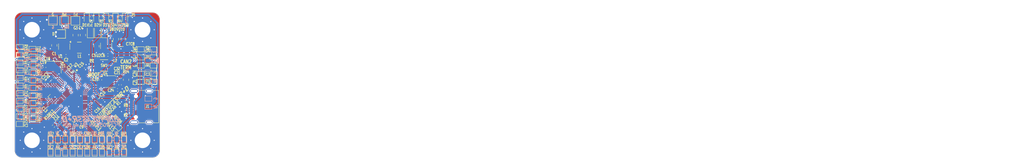
<source format=kicad_pcb>
(kicad_pcb (version 20240108) (generator "pcbnew") (generator_version "8.0")
  (layers (0 "F.Cu" signal) (31 "B.Cu" signal) (34 "B.Paste" user) (35 "F.Paste" user) (36 "B.SilkS" user "B.Silkscreen") (37 "F.SilkS" user "F.Silkscreen") (38 "B.Mask" user) (39 "F.Mask" user) (44 "Edge.Cuts" user))
  (net 0 "")
  (net 1 "+BATT")
  (net 2 "GND")
  (net 3 "Net-(U2-SW)")
  (net 4 "Net-(U2-BST)")
  (net 5 "VCC")
  (net 6 "/GPIO PC0")
  (net 7 "/GPIO PC1")
  (net 8 "/HSE_IN")
  (net 9 "/HSE_OUT")
  (net 10 "+4V")
  (net 11 "VBUS")
  (net 12 "Net-(D3-K)")
  (net 13 "VDD")
  (net 14 "Net-(D5-K)")
  (net 15 "/USB_OTG_FS_D-")
  (net 16 "Net-(J1-CC1_A)")
  (net 17 "/USB_OTG_FS_D+")
  (net 18 "+3V3")
  (net 19 "/CAN1_RX")
  (net 20 "/I2C2_SCL")
  (net 21 "/I2C2_SDA")
  (net 22 "/I2C3_SCL")
  (net 23 "/I2C3_SDA")
  (net 24 "/UART4_TX")
  (net 25 "/UART4_RX")
  (net 26 "/UART5_TX")
  (net 27 "/UART5_RX")
  (net 28 "/USART6_TX")
  (net 29 "/USART6_RX")
  (net 30 "/USART1_TX")
  (net 31 "/USART1_RX")
  (net 32 "/USART2_TX")
  (net 33 "/USART2_RX")
  (net 34 "/USART3_TX")
  (net 35 "/USART3_RX")
  (net 36 "/SYS_JTMS_SWDIO")
  (net 37 "/SYS_JTMS_SWCLK")
  (net 38 "/CAN2_RX")
  (net 39 "/CAN2_TX")
  (net 40 "/SPI1_SCK")
  (net 41 "/SPI1_MISO")
  (net 42 "/SPI1_MOSI")
  (net 43 "/SPI1_CS1")
  (net 44 "/SPI1_CS2")
  (net 45 "/SPI2_SCK")
  (net 46 "/SPI2_MISO")
  (net 47 "/SPI2_MOSI")
  (net 48 "/SPI2_CS1")
  (net 49 "/SPI2_CS2")
  (net 50 "/GPIO PC2")
  (net 51 "/GPIO PC3")
  (net 52 "/GPIO PC13")
  (net 53 "/GPIO PC14")
  (net 54 "/GPIO PC15")
  (net 55 "/GPIO PB0")
  (net 56 "/GPIO PB1")
  (net 57 "/GPIO PB2")
  (net 58 "/GPIO PB3")
  (net 59 "/GPIO PB4")
  (net 62 "Net-(D1-K)")
  (net 63 "Net-(D2-K)")
  (net 64 "/GPIO PC4")
  (net 65 "Net-(D4-K)")
  (net 66 "Net-(D6-A)")
  (net 67 "/CAN1_TX")
  (net 68 "/CAN2_H")
  (net 69 "/CAN2_L")
  (net 75 "Net-(J1-CC2_B)")
  (net 77 "Net-(U1-SW)")
  (net 78 "Net-(U1-BST)")
  (net 79 "Net-(U3-VCAP_2)")
  (net 80 "Net-(U3-VCAP_1)")
  (net 81 "Net-(U3-NRST)")
  (net 82 "Net-(U3-PA15)")
  (net 83 "Net-(U3-BOOT0)")
  (footprint "ProjectLibrary:MountingHole_4.3mm_M4_Pad_Via_Custom" (layer "F.Cu") (at 136.9 111.2)
    (property "Reference" "H4" (hide yes))
    (property "Value" "MountingHole")
  )
  (footprint "Capacitor_SMD:C_0402_1005Metric" (layer "F.Cu") (at 142.63 94.24 135)
    (property "Reference" "C20")
    (property "Value" "100n")
  )
  (footprint "Resistor_SMD:R_0805_2012Metric" (layer "F.Cu") (at 162.85 94.5 -90)
    (property "Reference" "R14")
    (property "Value" "120")
  )
  (footprint "ProjectLibrary:TestPoint_Pad_1.0x1.5mm" (layer "F.Cu") (at 152.165 111.05)
    (property "Reference" "TP95")
    (property "Value" "SPI2_MOSI")
  )
  (footprint "ProjectLibrary:TestPoint_Pad_1.0x1.5mm" (layer "F.Cu") (at 133.51 91.853 90)
    (property "Reference" "TP72")
    (property "Value" "UART4_TX")
  )
  (footprint "Package_TO_SOT_SMD:TSOT-23-6" (layer "F.Cu") (at 157.36 85.15 -90)
    (property "Reference" "U2")
    (property "Value" "AP63203WU")
  )
  (footprint "Capacitor_SMD:C_0402_1005Metric" (layer "F.Cu") (at 146.29 87.9)
    (property "Reference" "C2")
    (property "Value" "100n")
  )
  (footprint "ProjectLibrary:TestPoint_Pad_1.0x1.5mm" (layer "F.Cu") (at 137.03 96.716665 90)
    (property "Reference" "TP32")
    (property "Value" "G")
  )
  (footprint "ProjectLibrary:TestPoint_Pad_1.0x1.5mm" (layer "F.Cu") (at 162.3 114.63)
    (property "Reference" "TP66")
    (property "Value" "USART1_TX")
  )
  (footprint "ProjectLibrary:TestPoint_Pad_1.0x1.5mm" (layer "F.Cu") (at 146.084 111.05)
    (property "Reference" "TP28")
    (property "Value" "G")
  )
  (footprint "ProjectLibrary:TestPoint_Pad_1.0x1.5mm" (layer "F.Cu") (at 137.03 103.146664 -90)
    (property "Reference" "TP91")
    (property "Value" "SPI1 CS1")
  )
  (footprint "ProjectLibrary:TestPoint_Pad_1.0x1.5mm" (layer "F.Cu") (at 150.138 114.63)
    (property "Reference" "TP93")
    (property "Value" "SPI2_SCK")
  )
  (footprint "Capacitor_SMD:C_0603_1608Metric" (layer "F.Cu") (at 148.39 107.43)
    (property "Reference" "C9")
    (property "Value" "10u")
  )
  (footprint "ProjectLibrary:TestPoint_Pad_1.0x1.5mm" (layer "F.Cu") (at 166.93 88.3475 90)
    (property "Reference" "TP29")
    (property "Value" "G")
  )
  (footprint "ProjectLibrary:TestPoint_Pad_1.0x1.5mm" (layer "F.Cu") (at 133.51 87.611 90)
    (property "Reference" "TP71")
    (property "Value" "USART3_RX")
  )
  (footprint "ProjectLibrary:TestPoint_Pad_1.0x1.5mm" (layer "F.Cu") (at 170.45 95.05 90)
    (property "Reference" "TP84")
    (property "Value" "CAN2_RX")
  )
  (footprint "ProjectLibrary:TestPoint_Pad_1.0x1.5mm" (layer "F.Cu") (at 148.111 111.05)
    (property "Reference" "TP96")
    (property "Value" "SPI2_CS1")
  )
  (footprint "ProjectLibrary:TestPoint_Pad_1.0x1.5mm" (layer "F.Cu") (at 137.03 88.143333 90)
    (property "Reference" "TP70")
    (property "Value" "USART3_TX")
  )
  (footprint "Capacitor_SMD:C_0805_2012Metric" (layer "F.Cu") (at 150.95 82.18 90)
    (property "Reference" "C4")
    (property "Value" "22u")
  )
  (footprint "ProjectLibrary:TestPoint_Pad_1.0x1.5mm" (layer "F.Cu") (at 144.057 114.63)
    (property "Reference" "TP51")
    (property "Value" "4V")
  )
  (footprint "ProjectLibrary:TestPoint_Pad_1.0x1.5mm" (layer "F.Cu") (at 156.219 114.63)
    (property "Reference" "TP76")
    (property "Value" "USART6_TX")
  )
  (footprint "ProjectLibrary:IND_DFE322520FD-4R7M=P2_MUR" (layer "F.Cu") (at 149.95 85.64)
    (property "Reference" "L1")
    (property "Value" "4.7uH")
  )
  (footprint "Package_QFP:LQFP-64_10x10mm_P0.5mm" (layer "F.Cu") (at 148.510928 99.194734 -45)
    (property "Reference" "U3")
    (property "Value" "STM32F405RGTx")
  )
  (footprint "ProjectLibrary:U-DFN2020-2_DIO" (layer "F.Cu") (at 145.00935 81.88 180)
    (property "Reference" "D7")
    (property "Value" "D26V0H1U2LP20-7")
  )
  (footprint "ProjectLibrary:EVPAA602" (layer "F.Cu") (at 156.78 90.55 180)
    (property "Reference" "SW1")
    (property "Value" "EVP-AA602W")
  )
  (footprint "Capacitor_SMD:C_0402_1005Metric" (layer "F.Cu") (at 145.110589 106.849411 -135)
    (property "Reference" "C17")
    (property "Value" "2u2")
  )
  (footprint "Capacitor_SMD:C_0402_1005Metric" (layer "F.Cu") (at 141.55 95.33 135)
    (property "Reference" "C14")
    (property "Value" "100n")
  )
  (footprint "ProjectLibrary:TestPoint_Pad_1.0x1.5mm" (layer "F.Cu") (at 133.51 96.095 90)
    (property "Reference" "TP50")
    (property "Value" "4V")
  )
  (footprint "LED_SMD:LED_0603_1608Metric" (layer "F.Cu") (at 154.65 77.62 -90)
    (property "Reference" "D2")
    (property "Value" "RED")
  )
  (footprint "Diode_SMD:D_SOD-323F" (layer "F.Cu") (at 156.97 81.3 90)
    (property "Reference" "D10")
    (property "Value" "BAT60JFILM")
  )
  (footprint "ProjectLibrary:TestPoint_Pad_1.0x1.5mm" (layer "F.Cu") (at 158.246 111.05)
    (property "Reference" "TP81")
    (property "Value" "I2C3_SDA")
  )
  (footprint "ProjectLibrary:TestPoint_Pad_1.0x1.5mm" (layer "F.Cu") (at 144.057 111.05)
    (property "Reference" "TP24")
    (property "Value" "G")
  )
  (footprint "TestPoint:TestPoint_Pad_2.0x2.0mm" (layer "F.Cu") (at 145.785 78.23)
    (property "Reference" "TP1")
    (property "Value" "Bat")
  )
  (footprint "ProjectLibrary:4111spyglassrnd15" (layer "F.Cu") (at 160.327157 101.645516 45)
    (property "Reference" "G***" (hide yes))
    (property "Value" "LOGO" (hide yes))
  )
  (footprint "ProjectLibrary:TestPoint_Pad_1.0x1.5mm" (layer "F.Cu") (at 133.51 98.216 -90)
    (property "Reference" "TP68")
    (property "Value" "USART2_TX")
  )
  (footprint "ProjectLibrary:TestPoint_Pad_1.0x1.5mm" (layer "F.Cu") (at 133.51 106.7 -90)
    (property "Reference" "TP92")
    (property "Value" "SPI1 CS2")
  )
  (footprint "ProjectLibrary:TestPoint_Pad_1.0x1.5mm" (layer "F.Cu") (at 170.45 92.8125 90)
    (property "Reference" "TP85")
    (property "Value" "CAN2_TX")
  )
  (footprint "ProjectLibrary:TestPoint_Pad_1.0x1.5mm" (layer "F.Cu") (at 137.03 90.286666 90)
    (property "Reference" "TP30")
    (property "Value" "G")
  )
  (footprint "Capacitor_SMD:C_0805_2012Metric" (layer "F.Cu") (at 162.07 83.28 90)
    (property "Reference" "C8")
    (property "Value" "22u")
  )
  (footprint "Resistor_SMD:R_0402_1005Metric" (layer "F.Cu") (at 155.971428 77.03 -90)
    (property "Reference" "R2")
    (property "Value" "3k3")
  )
  (footprint "Diode_SMD:D_SOD-323F" (layer "F.Cu") (at 153.02 81.33 90)
    (property "Reference" "D8")
    (property "Value" "BAT60JFILM")
  )
  (footprint "ProjectLibrary:TestPoint_Pad_1.0x1.5mm" (layer "F.Cu") (at 133.51 93.974 90)
    (property "Reference" "TP47")
    (property "Value" "4V")
  )
  (footprint "Capacitor_SMD:C_0402_1005Metric" (layer "F.Cu") (at 155.78 94.53 90)
    (property "Reference" "C23")
    (property "Value" "100n")
  )
  (footprint "Resistor_SMD:R_0402_1005Metric" (layer "F.Cu") (at 154.64 105.83 135)
    (property "Reference" "R11")
    (property "Value" "5k1")
  )
  (footprint "ProjectLibrary:TestPoint_Pad_1.0x1.5mm" (layer "F.Cu") (at 154.192 114.63)
    (property "Reference" "TP48")
    (property "Value" "4V")
  )
  (footprint "Capacitor_SMD:C_0805_2012Metric" (layer "F.Cu") (at 148.94 82.19 90)
    (property "Reference" "C3")
    (property "Value" "22u")
  )
  (footprint "Capacitor_SMD:C_0805_2012Metric" (layer "F.Cu") (at 160.06 83.28 90)
    (property "Reference" "C7")
    (property "Value" "22u")
  )
  (footprint "Resistor_SMD:R_0402_1005Metric" (layer "F.Cu") (at 158.614284 77.03 -90)
    (property "Reference" "R3")
    (property "Value" "3k3")
  )
  (footprint "ProjectLibrary:TestPoint_Pad_1.0x1.5mm" (layer "F.Cu") (at 137.03 86 90)
    (property "Reference" "TP74")
    (property "Value" "UART5_TX")
  )
  (footprint "ProjectLibrary:TestPoint_Pad_1.0x1.5mm" (layer "F.Cu") (at 160.273 114.63)
    (property "Reference" "TP49")
    (property "Value" "4V")
  )
  (footprint "ProjectLibrary:AMPHENOL_10155435-00011LF" (layer "F.Cu") (at 169.25 101.91 90)
    (property "Reference" "J1")
    (property "Value" "10155435-00011LF")
  )
  (footprint "Diode_SMD:D_SOD-323F" (layer "F.Cu") (at 154.99 81.31 90)
    (property "Reference" "D9")
    (property "Value" "BAT60JFILM")
  )
  (footprint "ProjectLibrary:TestPoint_Pad_1.0x1.5mm" (layer "F.Cu") (at 150.138 111.05)
    (property "Reference" "TP33")
    (property "Value" "G")
  )
  (footprint "ProjectLibrary:TestPoint_Pad_1.0x1.5mm" (layer "F.Cu") (at 166.93 90.595 90)
    (property "Reference" "TP27")
    (property "Value" "G")
  )
  (footprint "ProjectLibrary:MountingHole_4.3mm_M4_Pad_Via_Custom" (layer "F.Cu") (at 136.9 80.7)
    (property "Reference" "H1" (hide yes))
    (property "Value" "MountingHole")
  )
  (footprint "ProjectLibrary:MountingHole_4.3mm_M4_Pad_Via_Custom" (layer "F.Cu") (at 167.4 111.2)
    (property "Reference" "H3" (hide yes))
    (property "Value" "MountingHole")
  )
  (footprint "ProjectLibrary:TestPoint_Pad_1.0x1.5mm" (layer "F.Cu") (at 160.273 111.05)
    (property "Reference" "TP34")
    (property "Value" "G")
  )
  (footprint "ProjectLibrary:TestPoint_Pad_1.0x1.5mm" (layer "F.Cu") (at 137.03 101.003331 -90)
    (property "Reference" "TP23")
    (property "Value" "G")
  )
  (footprint "Capacitor_SMD:C_0402_1005Metric" (layer "F.Cu") (at 156.37 99.85 45)
    (property "Reference" "C10")
    (property "Value" "100n")
  )
  (footprint "Resistor_SMD:R_0402_1005Metric" (layer "F.Cu") (at 142.82 107.29 -135)
    (property "Reference" "R10")
    (property "Value" "5k1")
  )
  (footprint "TestPoint:TestPoint_Pad_2.0x2.0mm" (layer "F.Cu") (at 148.89 78.23)
    (property "Reference" "TP2")
    (property "Value" "Ext")
  )
  (footprint "ProjectLibrary:TestPoint_Pad_1.0x1.5mm" (layer "F.Cu") (at 170.45 86.1 90)
    (property "Reference" "TP82")
    (property "Value" "SYS_JTMS_SWDIO")
  )
  (footprint "Resistor_SMD:R_0402_1005Metric" (layer "F.Cu") (at 163.9 77.03 -90)
    (property "Reference" "R5")
    (property "Value" "1k2")
  )
  (footprint "ProjectLibrary:TestPoint_Pad_1.0x1.5mm" (layer "F.Cu") (at 133.51 102.458 -90)
    (property "Reference" "TP88")
    (property "Value" "SPI1_SCK")
  )
  (footprint "ProjectLibrary:TestPoint_Pad_1.0x1.5mm" (layer "F.Cu") (at 146.084 114.63)
    (property "Reference" "TP44")
    (property "Value" "4V")
  )
  (footprint "Capacitor_SMD:C_0402_1005Metric" (layer "F.Cu") (at 161.2 95.9 -90)
    (property "Reference" "C21")
    (property "Value" "100p")
  )
  (footprint "Capacitor_SMD:C_0402_1005Metric" (layer "F.Cu") (at 160.5 97.3 180)
    (property "Reference" "C24")
    (property "Value" "100n")
  )
  (footprint "ProjectLibrary:TestPoint_Pad_1.0x1.5mm" (layer "F.Cu") (at 166.93 95.09 90)
    (property "Reference" "TP87" (hide yes))
    (property "Value" "CAN2_L")
  )
  (footprint "ProjectLibrary:TestPoint_Pad_1.0x1.5mm" (layer "F.Cu") (at 166.93 86.1 90)
    (property "Reference" "TP83")
    (property "Value" "SYS_JTMS_SWCLK")
  )
  (footprint "ProjectLibrary:TestPoint_Pad_1.0x1.5mm" (layer "F.Cu") (at 137.03 94.573332 -90)
    (property "Reference" "TP31")
    (property "Value" "G")
  )
  (footprint "LED_SMD:LED_0603_1608Metric" (layer "F.Cu") (at 162.578568 77.62 -90)
    (property "Reference" "D5")
    (property "Value" "GREEN")
  )
  (footprint "Capacitor_SMD:C_0402_1005Metric" (layer "F.Cu") (at 141.14 101.99 135)
    (property "Reference" "C13")
    (property "Value" "100n")
  )
  (footprint "Resistor_SMD:R_0402_1005Metric" (layer "F.Cu") (at 156.25 107.44 -45)
    (property "Reference" "R13")
    (property "Value" "5k1")
  )
  (footprint "Capacitor_SMD:C_0402_1005Metric" (layer "F.Cu") (at 156.29 101.55 45)
    (property "Reference" "C16")
    (property "Value" "2u2")
  )
  (footprint "LED_SMD:LED_0603_1608Metric" (layer "F.Cu") (at 159.935712 77.62 -90)
    (property "Reference" "D4")
    (property "Value" "GREEN")
  )
  (footprint "Capacitor_SMD:C_0805_2012Metric" (layer "F.Cu") (at 143.05 85.01 -90)
    (property "Reference" "C1")
    (property "Value" "10u")
  )
  (footprint "LED_SMD:LED_0603_1608Metric" (layer "F.Cu") (at 157.292856 77.62 -90)
    (property "Reference" "D3")
    (property "Value" "RED")
  )
  (footprint "LED_SMD:LED_0603_1608Metric" (layer "F.Cu") (at 152.01 77.62 -90)
    (property "Reference" "D1")
    (property "Value" "RED")
  )
  (footprint "ProjectLibrary:TestPoint_Pad_1.0x1.5mm" (layer "F.Cu") (at 142.03 114.63)
    (property "Reference" "TP78")
    (property "Value" "I2C2_SCL")
  )
  (footprint "ProjectLibrary:TestPoint_Pad_1.0x1.5mm" (layer "F.Cu") (at 142.03 111.05)
    (property "Reference" "TP79")
    (property "Value" "I2C2_SDA")
  )
  (footprint "Capacitor_SMD:C_0402_1005Metric" (layer "F.Cu") (at 151.1 91.02 45)
    (property "Reference" "C15")
    (property "Value" "100n")
  )
  (footprint "ProjectLibrary:TestPoint_Pad_1.0x1.5mm" (layer "F.Cu") (at 133.51 85.49 90)
    (property "Reference" "TP75")
    (property "Value" "UART5_RX")
  )
  (footprint "ProjectLibrary:TestPoint_Pad_1.0x1.5mm" (layer "F.Cu") (at 133.51 100.337 90)
    (property "Reference" "TP45")
    (property "Value" "4V")
  )
  (footprint "Capacitor_SMD:C_0402_1005Metric" (layer "F.Cu") (at 161.2 94.05 90)
    (property "Reference" "C22")
    (property "Value" "100p")
  )
  (footprint "TestPoint:TestPoint_Pad_2.0x2.0mm" (layer "F.Cu") (at 142.68 78.23)
    (property "Reference" "TP3")
    (property "Value" "G")
  )
  (footprint "ProjectLibrary:TestPoint_Pad_1.0x1.5mm" (layer "F.Cu") (at 158.246 114.63)
    (property "Reference" "TP80")
    (property "Value" "I2C3_SCL")
  )
  (footprint "Resistor_SMD:R_0402_1005Metric" (layer "F.Cu") (at 159.01 105.59 -135)
    (property "Reference" "R6")
    (property "Value" "1k2")
  )
  (footprint "Capacitor_SMD:C_0805_2012Metric" (layer "F.Cu") (at 154.675 85.25 -90)
    (property "Reference" "C5")
    (property "Value" "10u")
  )
  (footprint "Resistor_SMD:R_0402_1005Metric" (layer "F.Cu") (at 153.33 77.03 -90)
    (property "Reference" "R1")
    (property "Value" "3k3")
  )
  (footprint "Capacitor_SMD:C_0402_1005Metric" (layer "F.Cu") (at 157.84 87.66)
    (property "Reference" "C6")
    (property "Value" "100n")
  )
  (footprint "Crystal:Crystal_SMD_3225-4Pin_3.2x2.5mm" (layer "F.Cu") (at 142.95 91.05 180)
    (property "Reference" "Y1")
    (property "Value" "8MHz")
  )
  (footprint "ProjectLibrary:TestPoint_Pad_1.0x1.5mm" (layer "F.Cu") (at 137.03 105.29 -90)
    (property "Reference" "TP89")
    (property "Value" "SPI1_MISO")
  )
  (footprint "LED_SMD:LED_0603_1608Metric" (layer "F.Cu") (at 160.29 107.15 135)
    (property "Reference" "D6")
    (property "Value" "ORANGE")
  )
  (footprint "ProjectLibrary:TestPoint_Pad_1.0x1.5mm" (layer "F.Cu") (at 154.192 111.05)
    (property "Reference" "TP35")
    (property "Value" "G")
  )
  (footprint "ProjectLibrary:TestPoint_Pad_1.0x1.5mm" (layer "F.Cu") (at 148.111 114.63)
    (property "Reference" "TP97")
    (property "Value" "SPI2_CS2")
  )
  (footprint "ProjectLibrary:TestPoint_Pad_1.0x1.5mm" (layer "F.Cu") (at 156.219 111.05)
    (property "Reference" "TP77")
    (property "Value" "USART6_RX")
  )
  (footprint "ProjectLibrary:TestPoint_Pad_1.0x1.5mm" (layer "F.Cu") (at 162.3 111.05)
    (property "Reference" "TP67")
    (property "Value" "USART1_RX")
  )
  (footprint "Resistor_SMD:R_0402_1005Metric" (layer "F.Cu") (at 162.71 103.3 180)
    (property "Reference" "R7")
    (property "Value" "5k1")
  )
  (footprint "Resistor_SMD:R_0402_1005Metric" (layer "F.Cu") (at 144.31 105.81 45)
    (property "Reference" "R12")
    (property "Value" "5k1")
  )
  (footprint "ProjectLibrary:TestPoint_Pad_1.0x1.5mm" (layer "F.Cu") (at 133.51 89.732 90)
    (property "Reference" "TP46")
    (property "Value" "4V")
  )
  (footprint "Capacitor_SMD:C_0402_1005Metric" (layer "F.Cu") (at 140.39 91.105 90)
    (property "Reference" "C19")
    (property "Value" "18p")
  )
  (footprint "ProjectLibrary:TestPoint_Pad_1.0x1.5mm" (layer "F.Cu") (at 137.03 98.859998 -90)
    (property "Reference" "TP69")
    (property "Value" "USART2_RX")
  )
  (footprint "ProjectLibrary:TestPoint_Pad_1.0x1.5mm" (layer "F.Cu") (at 166.93 92.8425 90)
    (property "Reference" "TP86")
    (property "Value" "CAN2_H")
  )
  (footprint "Package_DFN_QFN:DFN-8-1EP_3x3mm_P0.65mm_EP1.55x2.4mm" (layer "F.Cu") (at 158.41 95.015)
    (property "Reference" "U4")
    (property "Value" "TJA1051TK-3")
  )
  (footprint "Resistor_SMD:R_0402_1005Metric" (layer "F.Cu") (at 162.72 100.58 180)
    (property "Reference" "R8")
    (property "Value" "5k1")
  )
  (footprint "Capacitor_SMD:C_0402_1005Metric" (layer "F.Cu") (at 145.89 107.4 -135)
    (property "Reference" "C11")
    (property "Value" "100n")
  )
  (footprint "ProjectLibrary:TestPoint_Pad_1.0x1.5mm" (layer "F.Cu") (at 137.03 92.429999 -90)
    (property "Reference" "TP73")
    (property "Value" "UART4_RX")
  )
  (footprint "Resistor_SMD:R_0402_1005Metric" (layer "F.Cu") (at 161.25714 77.03 -90)
    (property "Reference" "R4")
    (property "Value" "3k3")
  )
  (footprint "Resistor_SMD:R_0402_1005Metric" (layer "F.Cu") (at 153.67 90.71 90)
    (property "Reference" "R9")
    (property "Value" "10k")
  )
  (footprint "ProjectLibrary:MountingHole_4.3mm_M4_Pad_Via_Custom" (layer "F.Cu") (at 167.4 80.7)
    (property "Reference" "H2" (hide yes))
    (property "Value" "MountingHole")
  )
  (footprint "ProjectLibrary:IND_DFE322520FD-4R7M=P2_MUR" (layer "F.Cu") (at 161.55 86.85)
    (property "Reference" "L2")
    (property "Value" "3.3uH")
  )
  (footprint "Package_TO_SOT_SMD:TSOT-23-6" (layer "F.Cu") (at 145.79 85.36 -90)
    (property "Reference" "U1")
    (property "Value" "AP63205WU")
  )
  (footprint "ProjectLibrary:TestPoint_Pad_1.0x1.5mm" (layer "F.Cu") (at 152.165 114.63)
    (property "Reference" "TP94")
    (property "Value" "SPI2_MISO")
  )
  (footprint "Capacitor_SMD:C_0402_1005Metric" (layer "F.Cu") (at 148.05 91.57 45)
    (property "Reference" "C12")
    (property "Value" "100n")
  )
  (footprint "Capacitor_SMD:C_0402_1005Metric" (layer "F.Cu") (at 142.77 88.89 180)
    (property "Reference" "C18")
    (property "Value" "18p")
  )
  (footprint "ProjectLibrary:TestPoint_Pad_1.0x1.5mm" (layer "F.Cu") (at 170.45 88.3375 90)
    (property "Reference" "TP42")
    (property "Value" "3V3")
  )
  (footprint "ProjectLibrary:TestPoint_Pad_1.0x1.5mm" (layer "F.Cu") (at 133.51 104.579 90)
    (property "Reference" "TP90")
    (property "Value" "SPI1 MOSI")
  )
  (footprint "ProjectLibrary:TestPoint_Pad_1.0x1.5mm" (layer "F.Cu") (at 170.45 90.575 90)
    (property "Reference" "TP43")
    (property "Value" "3V3")
  )
  (footprint "TestPoint:TestPoint_Pad_2.0x2.0mm" (layer "B.Cu") (at 142.715 77.9 180)
    (property "Reference" "TP7")
    (property "Value" "GND")
  )
  (footprint "ProjectLibrary:TestPoint_Pad_1.0x1.5mm" (layer "B.Cu") (at 148.066 114.31)
    (property "Reference" "TP20")
    (property "Value" "G")
  )
  (footprint "ProjectLibrary:TestPoint_Pad_1.0x1.5mm" (layer "B.Cu") (at 141.95 114.31 180)
    (property "Reference" "TP9" (hide yes))
    (property "Value" "G")
  )
  (footprint "ProjectLibrary:TestPoint_Pad_1.0x1.5mm" (layer "B.Cu") (at 158.246 110.85)
    (property "Reference" "TP52")
    (property "Value" "4V")
  )
  (footprint "ProjectLibrary:TestPoint_Pad_1.0x1.5mm" (layer "B.Cu") (at 133.925 100.805554 -90)
    (property "Reference" "TP26" (hide yes))
    (property "Value" "G")
  )
  (footprint "ProjectLibrary:TestPoint_Pad_1.0x1.5mm" (layer "B.Cu") (at 162.262 114.31)
    (property "Reference" "TP59")
    (property "Value" "4V")
  )
  (footprint "ProjectLibrary:TestPoint_Pad_1.0x1.5mm" (layer "B.Cu") (at 169 94.72 -90)
    (property "Reference" "TP41" (hide yes))
    (property "Value" "3V3")
  )
  (footprint "ProjectLibrary:TestPoint_Pad_1.0x1.5mm" (layer "B.Cu") (at 133.925 102.827776 90)
    (property "Reference" "TP62")
    (property "Value" "4V")
  )
  (footprint "ProjectLibrary:TestPoint_Pad_1.0x1.5mm" (layer "B.Cu") (at 137.55 98.792856 -90)
    (property "Reference" "TP102")
    (property "Value" "GPIO PC4")
  )
  (footprint "ProjectLibrary:TestPoint_Pad_1.0x1.5mm" (layer "B.Cu") (at 137.55 104.88 -90)
    (property "Reference" "TP103")
    (property "Value" "GPIO PC13")
  )
  (footprint "ProjectLibrary:TestPoint_Pad_1.0x1.5mm" (layer "B.Cu") (at 137.55 94.741428 -90)
    (property "Reference" "TP100")
    (property "Value" "GPIO PC2")
  )
  (footprint "ProjectLibrary:TestPoint_Pad_1.0x1.5mm" (layer "B.Cu") (at 137.55 102.844284 -90)
    (property "Reference" "TP104")
    (property "Value" "GPIO PC14")
  )
  (footprint "ProjectLibrary:TestPoint_Pad_1.0x1.5mm" (layer "B.Cu") (at 152.122 114.31 180)
    (property "Reference" "TP22")
    (property "Value" "G")
  )
  (footprint "TestPoint:TestPoint_Pad_2.0x2.0mm" (layer "B.Cu") (at 146.22 77.89 180)
    (property "Reference" "TP4" (hide yes))
    (property "Value" "Bat" (hide yes))
  )
  (footprint "ProjectLibrary:TestPoint_Pad_1.0x1.5mm" (layer "B.Cu") (at 133.925 88.672222 -90)
    (property "Reference" "TP56")
    (property "Value" "4V")
  )
  (footprint "ProjectLibrary:TestPoint_Pad_1.0x1.5mm" (layer "B.Cu") (at 169 86.98 -90)
    (property "Reference" "TP11" (hide yes))
    (property "Value" "G")
  )
  (footprint "ProjectLibrary:TestPoint_Pad_1.0x1.5mm" (layer "B.Cu") (at 144.05 110.85 180)
    (property "Reference" "TP37" (hide yes))
    (property "Value" "3V3")
  )
  (footprint "ProjectLibrary:TestPoint_Pad_1.0x1.5mm" (layer "B.Cu") (at 133.925 104.849998 90)
    (property "Reference" "TP60")
    (property "Value" "4V")
  )
  (footprint "ProjectLibrary:TestPoint_Pad_1.0x1.5mm" (layer "B.Cu") (at 154.19 110.84 180)
    (property "Reference" "TP110")
    (property "Value" "GPIO PB3")
  )
  (footprint "ProjectLibrary:TestPoint_Pad_1.0x1.5mm" (layer "B.Cu") (at 133.925 98.783332 -90)
    (property "Reference" "TP15")
    (property "Value" "G")
  )
  (footprint "ProjectLibrary:TestPoint_Pad_1.0x1.5mm" (layer "B.Cu") (at 160.234 114.31)
    (property "Reference" "TP63")
    (property "Value" "4V")
  )
  (footprint "ProjectLibrary:TestPoint_Pad_1.0x1.5mm" (layer "B.Cu") (at 137.55 92.715714 -90)
    (property "Reference" "TP99")
    (property "Value" "GPIO PC1")
  )
  (footprint "ProjectLibrary:TestPoint_Pad_1.0x1.5mm" (layer "B.Cu") (at 137.55 100.84 -90)
    (property "Reference" "TP105")
    (property "Value" "GPIO PC15")
  )
  (footprint "ProjectLibrary:TestPoint_Pad_1.0x1.5mm" (layer "B.Cu") (at 137.55 96.767142 -90)
    (property "Reference" "TP101")
    (property "Value" "GPIO PC3")
  )
  (footprint "ProjectLibrary:TestPoint_Pad_1.0x1.5mm" (layer "B.Cu") (at 148.111 110.85 180)
    (property "Reference" "TP106")
    (property "Value" "GPIO PB0")
  )
  (footprint "ProjectLibrary:TestPoint_Pad_1.0x1.5mm" (layer "B.Cu") (at 156.19 110.84 180)
    (property "Reference" "TP111")
    (property "Value" "GPIO PB4")
  )
  (footprint "ProjectLibrary:TestPoint_Pad_1.0x1.5mm" (layer "B.Cu") (at 152.165 110.85 180)
    (property "Reference" "TP109")
    (property "Value" "GPIO PB2")
  )
  (footprint "ProjectLibrary:TestPoint_Pad_1.0x1.5mm" (layer "B.Cu") (at 162.29 110.85 180)
    (property "Reference" "TP54" (hide yes))
    (property "Value" "4V")
  )
  (footprint "ProjectLibrary:TestPoint_Pad_1.0x1.5mm" (layer "B.Cu") (at 142.02 110.85 180)
    (property "Reference" "TP38" (hide yes))
    (property "Value" "3V3")
  )
  (footprint "ProjectLibrary:TestPoint_Pad_1.0x1.5mm" (layer "B.Cu") (at 133.925 90.694444 -90)
    (property "Reference" "TP17")
    (property "Value" "G")
  )
  (footprint "ProjectLibrary:TestPoint_Pad_1.0x1.5mm" (layer "B.Cu") (at 146.03 114.31 180)
    (property "Reference" "TP8" (hide yes))
    (property "Value" "G")
  )
  (footprint "ProjectLibrary:TestPoint_Pad_1.0x1.5mm" (layer "B.Cu") (at 169 92.52 -90)
    (property "Reference" "TP19" (hide yes))
    (property "Value" "G")
  )
  (footprint "ProjectLibrary:TestPoint_Pad_1.0x1.5mm" (layer "B.Cu") (at 137.55 88.675 90)
    (property "Reference" "TP61")
    (property "Value" "4V")
  )
  (footprint "ProjectLibrary:TestPoint_Pad_1.0x1.5mm" (layer "B.Cu") (at 156.178 114.31 180)
    (property "Reference" "TP18")
    (property "Value" "G")
  )
  (footprint "ProjectLibrary:TestPoint_Pad_1.0x1.5mm" (layer "B.Cu") (at 137.55 90.69 -90)
    (property "Reference" "TP98")
    (property "Value" "GPIO PC0")
  )
  (footprint "ProjectLibrary:TestPoint_Pad_1.0x1.5mm" (layer "B.Cu") (at 133.925 92.716666 -90)
    (property "Reference" "TP14")
    (property "Value" "G")
  )
  (footprint "ProjectLibrary:TestPoint_Pad_1.0x1.5mm" (layer "B.Cu") (at 158.22 114.33)
    (property "Reference" "TP57")
    (property "Value" "4V")
  )
  (footprint "ProjectLibrary:TestPoint_Pad_1.0x1.5mm" (layer "B.Cu") (at 169.01 99.7 -90)
    (property "Reference" "TP25")
    (property "Value" "G")
  )
  (footprint "ProjectLibrary:TestPoint_Pad_1.0x1.5mm" (layer "B.Cu") (at 150.138 110.85 180)
    (property "Reference" "TP107" (hide yes))
    (property "Value" "GPIO PB1")
  )
  (footprint "ProjectLibrary:TestPoint_Pad_1.0x1.5mm" (layer "B.Cu") (at 133.925 86.65 -90)
    (property "Reference" "TP58")
    (property "Value" "4V")
  )
  (footprint "ProjectLibrary:TestPoint_Pad_1.0x1.5mm" (layer "B.Cu") (at 146.08 110.85 180)
    (property "Reference" "TP36" (hide yes))
    (property "Value" "3V3")
  )
  (footprint "ProjectLibrary:TestPoint_Pad_1.0x1.5mm" (layer "B.Cu") (at 150.094 114.31 180)
    (property "Reference" "TP21")
    (property "Value" "G")
  )
  (footprint "ProjectLibrary:TestPoint_Pad_1.0x1.5mm" (layer "B.Cu") (at 169 101.91 -90)
    (property "Reference" "TP39" (hide yes))
    (property "Value" "3V3")
  )
  (footprint "ProjectLibrary:TestPoint_Pad_1.0x1.5mm" (layer "B.Cu") (at 160.273 110.85)
    (property "Reference" "TP53")
    (property "Value" "4V")
  )
  (footprint "ProjectLibrary:TestPoint_Pad_1.0x1.5mm" (layer "B.Cu") (at 169 89.16 -90)
    (property "Reference" "TP40" (hide yes))
    (property "Value" "3V3")
  )
  (footprint "ProjectLibrary:TestPoint_Pad_1.0x1.5mm" (layer "B.Cu") (at 154.15 114.31 180)
    (property "Reference" "TP12")
    (property "Value" "G")
  )
  (footprint "ProjectLibrary:4111spyglassrnd" (layer "B.Cu") (at 152.884013 107.179445 180)
    (property "Reference" "G***" (hide yes))
    (property "Value" "LOGO" (hide yes))
  )
  (footprint "TestPoint:TestPoint_Pad_2.0x2.0mm" (layer "B.Cu") (at 161.63 77.89 180)
    (property "Reference" "TP6" (hide yes))
    (property "Value" "3V3")
  )
  (footprint "ProjectLibrary:TestPoint_Pad_1.0x1.5mm" (layer "B.Cu") (at 133.925 94.738888 -90)
    (property "Reference" "TP13")
    (property "Value" "G")
  )
  (footprint "ProjectLibrary:TestPoint_Pad_1.0x1.5mm" (layer "B.Cu") (at 137.55 86.65 -90)
    (property "Reference" "TP55")
    (property "Value" "4V")
  )
  (footprint "ProjectLibrary:TestPoint_Pad_1.0x1.5mm" (layer "B.Cu") (at 133.925 96.76111 -90)
    (property "Reference" "TP16")
    (property "Value" "G")
  )
  (footprint "TestPoint:TestPoint_Pad_2.0x2.0mm" (layer "B.Cu") (at 158.04 77.88 180)
    (property "Reference" "TP5" (hide yes))
    (property "Value" "4V")
  )
  (footprint "ProjectLibrary:TestPoint_Pad_1.0x1.5mm" (layer "B.Cu") (at 143.99 114.31 180)
    (property "Reference" "TP10" (hide yes))
    (property "Value" "G")
  )
  (gr_circle (center 145.41 89.76) (end 145.61 89.76) (stroke (width 0.15)) (fill solid) (layer "F.SilkS"))
  (gr_circle (center 149.275 91.875) (end 149.475 91.875) (stroke (width 0.15)) (fill solid) (layer "F.SilkS"))
  (gr_arc (start 170.15 75.95) (mid 171.564214 76.535786) (end 172.15 77.95) (stroke (width 0.1)) (layer "Edge.Cuts"))
  (gr_line (start 132.15 113.95) (end 132.15 77.95) (stroke (width 0.1)) (layer "Edge.Cuts"))
  (gr_arc (start 134.15 115.95) (mid 132.735786 115.364214) (end 132.15 113.95) (stroke (width 0.1)) (layer "Edge.Cuts"))
  (gr_line (start 170.15 115.95) (end 134.15 115.95) (stroke (width 0.1)) (layer "Edge.Cuts"))
  (gr_line (start 134.15 75.95) (end 170.15 75.95) (stroke (width 0.1)) (layer "Edge.Cuts"))
  (gr_line (start 172.15 77.95) (end 172.15 113.95) (stroke (width 0.1)) (layer "Edge.Cuts"))
  (gr_arc (start 172.15 113.95) (mid 171.564214 115.364214) (end 170.15 115.95) (stroke (width 0.1)) (layer "Edge.Cuts"))
  (gr_arc (start 132.15 77.95) (mid 132.735786 76.535786) (end 134.15 75.95) (stroke (width 0.1)) (layer "Edge.Cuts"))
  (gr_text "PB0\n" (at 148.811 109.86275 0) (layer "B.SilkS") (effects (font (size 1 0.5) (thickness 0.125) (bold yes)) (justify left bottom mirror)))
  (gr_text "4V" (at 160.82 113.31 0) (layer "B.SilkS") (effects (font (size 1 0.6) (thickness 0.15) (bold yes)) (justify left bottom mirror)))
  (gr_text "G" (at 171.61 86.54 90) (layer "B.SilkS") (effects (font (size 1 0.6) (thickness 0.15) (bold yes)) (justify left bottom mirror)))
  (gr_text "G" (at 134.92 97.28 270) (layer "B.SilkS") (effects (font (size 1 0.6) (thickness 0.15) (bold yes)) (justify left bottom mirror)))
  (gr_text "3V" (at 171.61 94.16 90) (layer "B.SilkS") (effects (font (size 1 0.6) (thickness 0.15) (bold yes)) (justify left bottom mirror)))
  (gr_text "G" (at 134.92 99.33 270) (layer "B.SilkS") (effects (font (size 1 0.6) (thickness 0.15) (bold yes)) (justify left bottom mirror)))
  (gr_text "G" (at 150.46 113.31 0) (layer "B.SilkS") (effects (font (size 1 0.6) (thickness 0.15) (bold yes)) (justify left bottom mirror)))
  (gr_text "4V" (at 159 80.48 0) (layer "B.SilkS") (effects (font (size 0.8 0.6) (thickness 0.15) (bold yes)) (justify left bottom mirror)))
  (gr_text "PCF405CAN R1\n" (at 161.34 107.56 0) (layer "B.SilkS") (effects (font (size 1 1)) (justify left bottom mirror)))
  (gr_text "4V" (at 158.83 113.31 0) (layer "B.SilkS") (effects (font (size 1 0.6) (thickness 0.15) (bold yes)) (justify left bottom mirror)))
  (gr_text "4V" (at 138.6 89.35 270) (layer "B.SilkS") (effects (font (size 1 0.6) (thickness 0.15) (bold yes)) (justify left bottom mirror)))
  (gr_text "G" (at 148.46 113.31 0) (layer "B.SilkS") (effects (font (size 1 0.6) (thickness 0.15) (bold yes)) (justify left bottom mirror)))
  (gr_text "4V" (at 158.87 109.85 0) (layer "B.SilkS") (effects (font (size 1 0.6) (thickness 0.15) (bold yes)) (justify left bottom mirror)))
  (gr_text "4V" (at 162.93 109.85 0) (layer "B.SilkS") (effects (font (size 1 0.6) (thickness 0.15) (bold yes)) (justify left bottom mirror)))
  (gr_text "4V" (at 134.92 103.56 270) (layer "B.SilkS") (effects (font (size 1 0.6) (thickness 0.15) (bold yes)) (justify left bottom mirror)))
  (gr_text "3V" (at 171.61 88.54 90) (layer "B.SilkS") (effects (font (size 1 0.6) (thickness 0.15) (bold yes)) (justify left bottom mirror)))
  (gr_text "G" (at 142.32 113.31 0) (layer "B.SilkS") (effects (font (size 1 0.6) (thickness 0.15) (bold yes)) (justify left bottom mirror)))
  (gr_text "PC13" (at 138.525 105.875 270) (layer "B.SilkS") (effects (font (size 1 0.5) (thickness 0.125) (bold yes)) (justify left bottom mirror)))
  (gr_text "G" (at 134.92 95.27 270) (layer "B.SilkS") (effects (font (size 1 0.6) (thickness 0.15) (bold yes)) (justify left bottom mirror)))
  (gr_text "4V" (at 134.92 105.39 270) (layer "B.SilkS") (effects (font (size 1 0.6) (thickness 0.15) (bold yes)) (justify left bottom mirror)))
  (gr_text "PB3\n" (at 154.892 109.86275 0) (layer "B.SilkS") (effects (font (size 1 0.5) (thickness 0.125) (bold yes)) (justify left bottom mirror)))
  (gr_text "PB2\n" (at 152.865 109.86275 0) (layer "B.SilkS") (effects (font (size 1 0.5) (thickness 0.125) (bold yes)) (justify left bottom mirror)))
  (gr_text "PC15" (at 138.525 101.75 270) (layer "B.SilkS") (effects (font (size 1 0.5) (thickness 0.125) (bold yes)) (justify left bottom mirror)))
  (gr_text "3V" (at 146.63 109.85 0) (layer "B.SilkS") (effects (font (size 1 0.6) (thickness 0.15) (bold yes)) (justify left bottom mirror)))
  (gr_text "G" (at 134.92 93.25 270) (layer "B.SilkS") (effects (font (size 1 0.6) (thickness 0.15) (bold yes)) (justify left bottom mirror)))
  (gr_text "PC4" (at 138.525 99.625 270) (layer "B.SilkS") (effects (font (size 1 0.5) (thickness 0.125) (bold yes)) (justify left bottom mirror)))
  (gr_text "G" (at 134.92 91.15 270) (layer "B.SilkS") (effects (font (size 1 0.6) (thickness 0.15) (bold yes)) (justify left bottom mirror)))
  (gr_text "3V" (at 171.61 101.28 90) (layer "B.SilkS") (effects (font (size 1 0.6) (thickness 0.15) (bold yes)) (justify left bottom mirror)))
  (gr_text "4V" (at 162.9 113.31 0) (layer "B.SilkS") (effects (font (size 1 0.6) (thickness 0.15) (bold yes)) (justify left bottom mirror)))
  (gr_text "G" (at 171.61 92.19 90) (layer "B.SilkS") (effects (font (size 1 0.6) (thickness 0.15) (bold yes)) (justify left bottom mirror)))
  (gr_text "3V" (at 142.59 109.85 0) (layer "B.SilkS") (effects (font (size 1 0.6) (thickness 0.15) (bold yes)) (justify left bottom mirror)))
  (gr_text "G" (at 146.43 113.31 0) (layer "B.SilkS") (effects (font (size 1 0.6) (thickness 0.15) (bold yes)) (justify left bottom mirror)))
  (gr_text "G" (at 156.67 113.31 0) (layer "B.SilkS") (effects (font (size 1 0.6) (thickness 0.15) (bold yes)) (justify left bottom mirror)))
  (gr_text "PC3" (at 138.525 97.525 270) (layer "B.SilkS") (effects (font (size 1 0.5) (thickness 0.125) (bold yes)) (justify left bottom mirror)))
  (gr_text "G" (at 143.08 80.49 0) (layer "B.SilkS") (effects (font (size 0.8 0.6) (thickness 0.15) (bold yes)) (justify left bottom mirror)))
  (gr_text "G" (at 171.61 99.31 90) (layer "B.SilkS") (effects (font (size 1 0.6) (thickness 0.15) (bold yes)) (justify left bottom mirror)))
  (gr_text "4V" (at 134.92 89.38 270) (layer "B.SilkS") (effects (font (size 1 0.6) (thickness 0.15) (bold yes)) (justify left bottom mirror)))
  (gr_text "3V" (at 144.6 109.85 0) (layer "B.SilkS") (effects (font (size 1 0.6) (thickness 0.15) (bold yes)) (justify left bottom mirror)))
  (gr_text "3V3" (at 162.2 80.49 0) (layer "B.SilkS") (effects (font (size 0.8 0.6) (thickness 0.15) (bold yes)) (justify left bottom mirror)))
  (gr_text "PB4\n" (at 156.919 109.86275 0) (layer "B.SilkS") (effects (font (size 1 0.5) (thickness 0.125) (bold yes)) (justify left bottom mirror)))
  (gr_text "PC2" (at 138.525 95.55 270) (layer "B.SilkS") (effects (font (size 1 0.5) (thickness 0.125) (bold yes)) (justify left bottom mirror)))
  (gr_text "G" (at 144.36 113.31 0) (layer "B.SilkS") (effects (font (size 1 0.6) (thickness 0.15) (bold yes)) (justify left bottom mirror)))
  (gr_text "G" (at 152.5 113.31 0) (layer "B.SilkS") (effects (font (size 1 0.6) (thickness 0.15) (bold yes)) (justify left bottom mirror)))
  (gr_text "G" (at 154.52 113.31 0) (layer "B.SilkS") (effects (font (size 1 0.6) (thickness 0.15) (bold yes)) (justify left bottom mirror)))
  (gr_text "PC1" (at 138.55 93.65 270) (layer "B.SilkS") (effects (font (size 1 0.5) (thickness 0.125) (bold yes)) (justify left bottom mirror)))
  (gr_text "4V" (at 134.92 87.26 270) (layer "B.SilkS") (effects (font (size 1 0.6) (thickness 0.15) (bold yes)) (justify left bottom mirror)))
  (gr_text "Bat" (at 147.29 80.44 0) (layer "B.SilkS") (effects (font (size 0.8 0.6) (thickness 0.15) (bold yes)) (justify left bottom mirror)))
  (gr_text "PB1\n" (at 150.838 109.86275 0) (layer "B.SilkS") (effects (font (size 1 0.5) (thickness 0.125) (bold yes)) (justify left bottom mirror)))
  (gr_text "4V" (at 160.89 109.85 0) (layer "B.SilkS") (effects (font (size 1 0.6) (thickness 0.15) (bold yes)) (justify left bottom mirror)))
  (gr_text "PC0" (at 138.55 91.65 270) (layer "B.SilkS") (effects (font (size 1 0.6) (thickness 0.125) (bold yes)) (justify left bottom mirror)))
  (gr_text "4V" (at 138.6 87.25 270) (layer "B.SilkS") (effects (font (size 1 0.6) (thickness 0.15) (bold yes)) (justify left bottom mirror)))
  (gr_text "PC14" (at 138.525 103.85 270) (layer "B.SilkS") (effects (font (size 1 0.5) (thickness 0.125) (bold yes)) (justify left bottom mirror)))
  (gr_text "mgi 0524" (at 149.91 107.52 0) (layer "B.SilkS") (effects (font (size 0.8 0.6)) (justify left bottom mirror)))
  (gr_text "G" (at 134.92 101.275 270) (layer "B.SilkS") (effects (font (size 1 0.6) (thickness 0.15) (bold yes)) (justify left bottom mirror)))
  (gr_text "RX1" (at 161.325 110.075 0) (layer "F.SilkS") (effects (font (size 1 0.6) (thickness 0.15) (bold yes)) (justify left bottom)))
  (gr_text "G" (at 145.725 110.075 0) (layer "F.SilkS") (effects (font (size 1 0.6) (thickness 0.15) (bold yes)) (justify left bottom)))
  (gr_text "G" (at 138.08 90.175 -90) (layer "F.SilkS") (effects (font (size 1 0.6) (thickness 0.15) (bold yes)) (justify left bottom)))
  (gr_text "C1R\n" (at 169.41275 95.86 90) (layer "F.SilkS") (effects (font (size 1 0.5) (thickness 0.125) (bold yes)) (justify left bottom)))
  (gr_text "4V" (at 160.35 79.89 0) (layer "F.SilkS") (effects (font (size 0.8 0.5) (thickness 0.125)) (justify left bottom)))
  (gr_text "PA15" (at 156.94 106.74 315) (layer "F.SilkS") (effects (font (size 1 0.8) (thickness 0.16) (bold yes)) (justify left bottom)))
  (gr_text "TX2" (at 134.57 97.33 270) (layer "F.SilkS") (effects (font (size 1 0.6) (thickness 0.15) (bold yes)) (justify left bottom)))
  (gr_text "TX6" (at 155.325 113.65 0) (layer "F.SilkS") (effects (font (size 1 0.6) (thickness 0.15) (bold yes)) (justify left bottom)))
  (gr_text "TX5" (at 138.08 85.12 -90) (layer "F.SilkS") (effects (font (size 1 0.6) (thickness 0.15) (bold yes)) (justify left bottom)))
  (gr_text "G" (at 165.88 88.87 90) (layer "F.SilkS") (effects (font (size 1 0.6) (thickness 0.15) (bold yes)) (justify left bottom)))
  (gr_text "S1MO" (at 134.53 103.48 270) (layer "F.SilkS") (effects (font (size 1 0.5) (thickness 0.125) (bold yes)) (justify left bottom)))
  (gr_text "4V" (at 134.57 95.59 270) (layer "F.SilkS") (effects (font (size 1 0.6) (thickness 0.15) (bold yes)) (justify left bottom)))
  (gr_text "TX1" (at 161.4 113.65 0) (layer "F.SilkS") (effects (font (size 1 0.6) (thickness 0.15) (bold yes)) (justify left bottom)))
  (gr_text "S1CK" (at 134.55725 101.38 270) (layer "F.SilkS") (effects (font (size 1 0.5) (thickness 0.125) (bold yes)) (justify left bottom)))
  (gr_text "RX4" (at 138.08 91.5 270) (layer "F.SilkS") (effects (font (size 1 0.6) (thickness 0.15) (bold yes)) (justify left bottom)))
  (gr_text "S2CK" (at 149.075 113.675 0) (layer "F.SilkS") (effects (font (size 1 0.5) (thickness 0.125) (bold yes)) (justify left bottom)))
  (gr_text "G" (at 138.08 100.52 -90) (layer "F.SilkS") (effects (font (size 1 0.6) (thickness 0.15) (bold yes)) (justify left bottom)))
  (gr_text "4V" (at 134.57 99.69 270) (layer "F.SilkS") (effects (font (size 1 0.6) (thickness 0.15) (bold yes)) (justify left bottom)))
  (gr_text "4V" (at 134.57 93.49 270) (layer "F.SilkS") (effects (font (size 1 0.6) (thickness 0.15) (bold yes)) (justify left bottom)))
  (gr_text "S2MO" (at 151.1 110.075 0) (layer "F.SilkS") (effects (font (size 1 0.5) (thickness 0.125) (bold yes)) (justify left bottom)))
  (gr_text "SWD" (at 169.4 87.1 90) (layer "F.SilkS") (effects (font (size 1 0.6) (thickness 0.15) (bold yes)) (justify left bottom)))
  (gr_text "TX3" (at 138.08 87.32 -90) (layer "F.SilkS") (effects (font (size 1 0.6) (thickness 0.15) (bold yes)) (justify left bottom)))
  (gr_text "5V" (at 155.21 79.88 0) (layer "F.SilkS") (effects (font (size 0.8 0.5) (thickness 0.125)) (justify left bottom)))
  (gr_text "S2MI" (at 151.175 113.675 0) (layer "F.SilkS") (effects (font (size 1 0.5) (thickness 0.125) (bold yes)) (justify left bottom)))
  (gr_text "3V" (at 169.4 88.93 90) (layer "F.SilkS") (effects (font (size 1 0.6) (thickness 0.15) (bold yes)) (justify left bottom)))
  (gr_text "C2L" (at 165.88 96.11 90) (layer "F.SilkS") (effects (font (size 1 0.6) (thickness 0.15) (bold yes)) (justify left bottom)))
  (gr_text "TX4" (at 134.57 90.97 270) (layer "F.SilkS") (effects (font (size 1 0.6) (thickness 0.15) (bold yes)) (justify left bottom)))
  (gr_text "G" (at 159.84 110.06 0) (layer "F.SilkS") (effects (font (size 1 0.6) (thickness 0.15) (bold yes)) (justify left bottom)))
  (gr_text "VUS" (at 157.69 79.86 0) (layer "F.SilkS") (effects (font (size 0.8 0.5) (thickness 0.125)) (justify left bottom)))
  (gr_text "4V" (at 145.384 113.65 0) (layer "F.SilkS") (effects (font (size 1 0.6) (thickness 0.15) (bold yes)) (justify left bottom)))
  (gr_text "RX6" (at 155 110.05 0) (layer "F.SilkS") (effects (font (size 1 0.6) (thickness 0.15) (bold yes)) (justify left bottom)))
  (gr_text "C1T" (at 169.41275 93.51 90) (layer "F.SilkS") (effects (font (size 1 0.5) (thickness 0.125) (bold yes)) (justify left bottom)))
  (gr_text "S1S2" (at 134.55725 105.575 270) (layer "F.SilkS") (effects (font (size 1 0.5) (thickness 0.125) (bold yes)) (justify left bottom)))
  (gr_text "3V" (at 169.4 91.11 90) (layer "F.SilkS") (effects (font (size 1 0.6) (thickness 0.15) (bold yes)) (justify left bottom)))
  (gr_text "4V" (at 143.357 113.65 0) (layer "F.SilkS") (effects (font (size 1 0.6) (thickness 0.15) (bold yes)) (justify left bottom)))
  (gr_text "G" (at 149.75 110.075 0) (layer "F.SilkS") (effects (font (size 1 0.6) (thickness 0.15) (bold yes)) (justify left bottom)))
  (gr_text "4V" (at 159.573 113.65 0) (layer "F.SilkS") (effects (font (size 1 0.6) (thickness 0.15) (bold yes)) (justify left bottom)))
  (gr_text "S1S1" (at 138.06725 102.05 270) (layer "F.SilkS") (effects (font (size 1 0.5) (thickness 0.125) (bold yes)) (justify left bottom)))
  (gr_text "CAN2\nTERM\n" (at 161.15 91.7 0) (layer "F.SilkS") (effects (font (size 1 0.8) (thickness 0.2) (bold yes)) (justify left bottom)))
  (gr_text "RX2" (at 138.08 98.01 270) (layer "F.SilkS") (effects (font (size 1 0.6) (thickness 0.15) (bold yes)) (justify left bottom)))
  (gr_text "3V" (at 162.67 79.88 0) (layer "F.SilkS") (effects (font (size 0.8 0.5) (thickness 0.125)) (justify left bottom)))
  (gr_text "S2S2" (at 147.075 113.675 0) (layer "F.SilkS") (effects (font (size 1 0.5) (thickness 0.125) (bold yes)) (justify left bottom)))
  (gr_text "SWC" (at 165.88 87.13 90) (layer "F.SilkS") (effects (font (size 1 0.6) (thickness 0.15) (bold yes)) (justify left bottom)))
  (gr_text "S2S1\n" (at 147.34 110.09 0) (layer "F.SilkS") (effects (font (size 1 0.5) (thickness 0.125) (bold yes)) (justify left bottom)))
  (gr_text "ISD2" (at 141.15 110.075 0) (layer "F.SilkS") (effects (font (size 1 0.5) (thickness 0.125) (bold yes)) (justify left bottom)))
  (gr_text "4V" (at 134.57 89.09 270) (layer "F.SilkS") (effects (font (size 1 0.6) (thickness 0.15) (bold yes)) (justify left bottom)))
  (gr_text "G" (at 153.8 110.05 0) (layer "F.SilkS") (effects (font (size 1 0.6) (thickness 0.15) (bold yes)) (justify left bottom)))
  (gr_text "ISD3" (at 157.38 110.09 0) (layer "F.SilkS") (effects (font (size 1 0.5) (thickness 0.125) (bold yes)) (justify left bottom)))
  (gr_text "G" (at 138.08 94.13 -90) (layer "F.SilkS") (effects (font (size 1 0.6) (thickness 0.15) (bold yes)) (justify left bottom)))
  (gr_text "G" (at 138.08 95.975 -90) (layer "F.SilkS") (effects (font (size 1 0.6) (thickness 0.15) (bold yes)) (justify left bottom)))
  (gr_text "BOOT\n" (at 152.35 93.7 0) (layer "F.SilkS") (effects (font (size 1 0.8) (thickness 0.2) (bold yes)) (justify left bottom)))
  (gr_text "C2H\n" (at 165.88 93.82 90) (layer "F.SilkS") (effects (font (size 1 0.6) (thickness 0.15) (bold yes)) (justify left bottom)))
  (gr_text "ISC3" (at 157.325 113.65 0) (layer "F.SilkS") (effects (font (size 1 0.5) (thickness 0.125) (bold yes)) (justify left bottom)))
  (gr_text "G" (at 165.88 91.08 90) (layer "F.SilkS") (effects (font (size 1 0.6) (thickness 0.15) (bold yes)) (justify left bottom)))
  (gr_text "VExt" (at 151.92 79.89 0) (layer "F.SilkS") (effects (font (size 0.8 0.5) (thickness 0.125)) (justify left bottom)))
  (gr_text "ISC2" (at 141.075 113.675 0) (layer "F.SilkS") (effects (font (size 1 0.5) (thickness 0.125) (bold yes)) (justify left bottom)))
  (gr_text "G" (at 143.675 110.075 0) (layer "F.SilkS") (effects (font (size 1 0.6) (thickness 0.15) (bold yes)) (justify left bottom)))
  (gr_text "S1MI" (at 138.06725 104.29 270) (layer "F.SilkS") (effects (font (size 1 0.5) (thickness 0.125) (bold yes)) (justify left bottom)))
  (gr_text "PCF405CAN R1" (at 159.09 103.34 45) (layer "F.SilkS") (effects (font (size 0.8 0.6)) (justify bottom)))
  (gr_text "RX3" (at 134.57 86.74 -90) (layer "F.SilkS") (effects (font (size 1 0.6) (thickness 0.15) (bold yes)) (justify left bottom)))
  (gr_text "4V" (at 153.5 113.65 0) (layer "F.SilkS") (effects (font (size 1 0.6) (thickness 0.15) (bold yes)) (justify left bottom)))
  (gr_text "RX5" (at 134.57 84.63 -90) (layer "F.SilkS") (effects (font (size 1 0.6) (thickness 0.15) (bold yes)) (justify left bottom)))
  (segment (start 145.68245 81.88) (end 145.68245 83.38005) (width 0.5) (layer "F.Cu") (net 1))
  (segment (start 145.68245 83.38005) (end 144.84 84.2225) (width 0.5) (layer "F.Cu") (net 1))
  (segment (start 145.68 79.72) (end 145.68245 79.71755) (width 0.5) (layer "F.Cu") (net 1))
  (segment (start 143.05 84.06) (end 144.6775 84.06) (width 0.5) (layer "F.Cu") (net 1))
  (segment (start 145.68245 79.72245) (end 145.68245 81.88) (width 0.5) (layer "F.Cu") (net 1))
  (segment (start 145.68 79.72) (end 145.68245 79.72245) (width 0.5) (layer "F.Cu") (net 1))
  (segment (start 145.68245 78.38755) (end 145.8 78.27) (width 0.5) (layer "F.Cu") (net 1))
  (segment (start 145.86 77.88) (end 145.81 77.93) (width 0.5) (layer "F.Cu") (net 1))
  (segment (start 145.68245 79.71755) (end 145.68245 78.38755) (width 0.5) (layer "F.Cu") (net 1))
  (segment (start 144.6775 84.06) (end 144.84 84.2225) (width 0.5) (layer "F.Cu") (net 1))
  (via (at 145.68 79.72) (size 1) (drill 0.5) (layers "F.Cu" "B.Cu") (net 1))
  (segment (start 146.22 79.18) (end 146.22 77.89) (width 0.5) (layer "B.Cu") (net 1))
  (segment (start 145.68 79.72) (end 146.22 79.18) (width 0.5) (layer "B.Cu") (net 1))
  (segment (start 156.98 100.58) (end 156.98 100.86) (width 0.3) (layer "F.Cu") (net 2))
  (segment (start 143.5 82.46) (end 144.08 81.88) (width 0.5) (layer "F.Cu") (net 2))
  (segment (start 155.971428 78.22) (end 155.971428 77.54) (width 0.2) (layer "F.Cu") (net 2))
  (segment (start 167.61 87.49) (end 167.61 87.6675) (width 0.2) (layer "F.Cu") (net 2))
  (segment (start 161.63 103.3) (end 162.2 103.3) (width 0.3) (layer "F.Cu") (net 2))
  (segment (start 135.89 90.33) (end 135.933334 90.286666) (width 0.3) (layer "F.Cu") (net 2))
  (segment (start 151.479411 90.680589) (end 151.439411 90.680589) (width 0.3) (layer "F.Cu") (net 2))
  (segment (start 160.846847 107.683153) (end 160.846847 107.706847) (width 0.2) (layer "F.Cu") (net 2))
  (segment (start 140.85 94.63) (end 141.210589 94.990589) (width 0.25) (layer "F.Cu") (net 2))
  (segment (start 141.492004 101.617464) (end 142.2 100.909468) (width 0.3) (layer "F.Cu") (net 2))
  (segment (start 143.65 91.9) (end 144.05 91.9) (width 0.3) (layer "F.Cu") (net 2))
  (segment (start 141.02 77.93) (end 142.68 77.93) (width 0.5) (layer "F.Cu") (net 2))
  (segment (start 142.576358 95.366358) (end 142.576358 95.735038) (width 0.25) (layer "F.Cu") (net 2))
  (segment (start 158.614284 77.54) (end 158.644284 77.57) (width 0.2) (layer "F.Cu") (net 2))
  (segment (start 161.25714 79.51286) (end 161.25 79.52) (width 0.3) (layer "F.Cu") (net 2))
  (segment (start 164.6 77.32) (end 164.6 77.9) (width 0.25) (layer "F.Cu") (net 2))
  (segment (start 149.1 106.59) (end 149.1 107.365) (width 0.3) (layer "F.Cu") (net 2))
  (segment (start 151.35 80.79) (end 150.95 80.39) (width 0.2) (layer "F.Cu") (net 2))
  (segment (start 163.116438 105.11) (end 164.5 105.11) (width 0.3) (layer "F.Cu") (net 2))
  (segment (start 142.576358 95.735038) (end 143.26066 96.41934) (width 0.25) (layer "F.Cu") (net 2))
  (segment (start 156.98 99.781178) (end 156.709411 99.510589) (width 0.3) (layer "F.Cu") (net 2))
  (segment (start 160.4 93.6) (end 159.96 94.04) (width 0.2) (layer "F.Cu") (net 2))
  (segment (start 153.57 78.46) (end 153.57 80.56) (width 0.2) (layer "F.Cu") (net 2))
  (segment (start 151.68 91.71) (end 151.399468 91.71) (width 0.3) (layer "F.Cu") (net 2))
  (segment (start 142.08 94.87) (end 142.576358 95.366358) (width 0.25) (layer "F.Cu") (net 2))
  (segment (start 150.94 81.24) (end 150.95 81.23) (width 0.5) (layer "F.Cu") (net 2))
  (segment (start 156.98 100.58) (end 156.98 99.781178) (width 0.3) (layer "F.Cu") (net 2))
  (segment (start 140.85 94.47) (end 140.85 94.63) (width 0.25) (layer "F.Cu") (net 2))
  (segment (start 144.06 97.642894) (end 144.06 97.218679) (width 0.3) (layer "F.Cu") (net 2))
  (segment (start 145.073194 109.866806) (end 145.040194 109.866806) (width 0.3) (layer "F.Cu") (net 2))
  (segment (start 140.99 77.86) (end 140.99 77.96) (width 0.5) (layer "F.Cu") (net 2))
  (segment (start 156.689411 99.490589) (end 156.709411 99.510589) (width 0.2) (layer "F.Cu") (net 2))
  (segment (start 158.644284 77.57) (end 161.22714 77.57) (width 0.2) (layer "F.Cu") (net 2))
  (segment (start 155.971428 77.54) (end 156.001428 77.57) (width 0.2) (layer "F.Cu") (net 2))
  (segment (start 161.28714 77.57) (end 163.87 77.57) (width 0.2) (layer "F.Cu") (net 2))
  (segment (start 143.26 99.849468) (end 142.2 100.909468) (width 0.2) (layer "F.Cu") (net 2))
  (segment (start 141.97 85.93) (end 143.02 85.93) (width 0.3) (layer "F.Cu") (net 2))
  (segment (start 141.73492 93.559522) (end 141.949522 93.559522) (width 0.3) (layer "F.Cu") (net 2))
  (segment (start 150.671035 110.516965) (end 150.138 111.05) (width 0.3) (layer "F.Cu") (net 2))
  (segment (start 160.45178 93.6) (end 160.41678 93.565) (width 0.2) (layer "F.Cu") (net 2))
  (segment (start 154.192 110.753689) (end 154.192 110.85) (width 0.3) (layer "F.Cu") (net 2))
  (segment (start 136.9 111.2) (end 140.31 107.79) (width 0.25) (layer "F.Cu") (net 2))
  (segment (start 141.85 90.2) (end 141.95 90.2) (width 0.3) (layer "F.Cu") (net 2))
  (segment (start 141.949522 93.559522) (end 142.290589 93.900589) (width 0.3) (layer "F.Cu") (net 2))
  (segment (start 148.94 81.24) (end 150.94 81.24) (width 0.5) (layer "F.Cu") (net 2))
  (segment (start 161.5 97.3) (end 160.98 97.3) (width 0.3) (layer "F.Cu") (net 2))
  (segment (start 158.614284 79.168572) (end 158.614284 77.54) (width 0.3) (layer "F.Cu") (net 2))
  (segment (start 151.05 77.57) (end 153.3 77.57) (width 0.2) (layer "F.Cu") (net 2))
  (segment (start 161.19 93.74) (end 161.05 93.6) (width 0.3) (layer "F.Cu") (net 2))
  (segment (start 155.78 94.05) (end 156.42 94.69) (width 0.2) (layer "F.Cu") (net 2))
  (segment (start 143.5 82.55) (end 143.5 82.46) (width 0.5) (layer "F.Cu") (net 2))
  (segment (start 161.25714 77.54) (end 161.28714 77.57) (width 0.2) (layer "F.Cu") (net 2))
  (segment (start 144.672702 108.527298) (end 145.510589 107.689411) (width 0.3) (layer "F.Cu") (net 2))
  (segment (start 158.584284 77.57) (end 158.614284 77.54) (width 0.2) (layer "F.Cu") (net 2))
  (segment (start 142.08 94.78) (end 142.08 94.87) (width 0.25) (layer "F.Cu") (net 2))
  (segment (start 141.65 88.88) (end 141.66 88.89) (width 0.25) (layer "F.Cu") (net 2))
  (segment (start 160.06 81.361339) (end 160.06 82.33) (width 0.5) (layer "F.Cu") (net 2))
  (segment (start 150.225662 92.883806) (end 150.186194 92.883806) (width 0.2) (layer "F.Cu") (net 2))
  (segment (start 167.56 89.74) (end 167.56 89.965) (width 0.2) (layer "F.Cu") (net 2))
  (segment (start 144.84 87.59) (end 144.84 86.4975) (width 0.3) (layer "F.Cu") (net 2))
  (segment (start 163.9 77.54) (end 164.38 77.54) (width 0.3) (layer "F.Cu") (net 2))
  (segment (start 163.55 98.71) (end 164.5 98.71) (width 0.3) (layer "F.Cu") (net 2))
  (segment (start 138.746665 96.716665) (end 137.03 96.716665) (width 0.3) (layer "F.Cu") (net 2))
  (segment (start 156.98 100.86) (end 156.629411 101.210589) (width 0.3) (layer "F.Cu") (net 2))
  (segment (start 152.66 90.16) (end 152.7 90.2) (width 0.3) (layer "F.Cu") (net 2))
  (segment (start 156.42 87.2) (end 156.42 86.2975) (width 0.3) (layer "F.Cu") (net 2))
  (segment (start 149.1 107.365) (end 149.165 107.43) (width 0.3) (layer "F.Cu") (net 2))
  (segment (start 143.53 81.33) (end 144.08 81.88) (width 0.3) (layer "F.Cu") (net 2))
  (segment (start 141.425 90.625) (end 141.85 90.2) (width 0.5) (layer "F.Cu") (net 2))
  (segment (start 135.933334 90.286666) (end 137.03 90.286666) (width 0.3) (layer "F.Cu") (net 2))
  (segment (start 160.060002 81.361337) (end 160.06 81.361339) (width 0.5) (layer "F.Cu") (net 2))
  (segment (start 138.783331 101.003331) (end 137.03 101.003331) (width 0.3) (layer "F.Cu") (net 2))
  (segment (start 154.675 86.2) (end 154.675 86.995) (width 0.3) (layer "F.Cu") (net 2))
  (segment (start 154.745 86.27) (end 156.2775 86.27) (width 0.5) (layer "F.Cu") (net 2))
  (segment (start 164.6 77.9) (end 167.4 80.7) (width 0.25) (layer "F.Cu") (net 2))
  (segment (start 140.99 77.96) (end 141.02 77.93) (width 0.5) (layer "F.Cu") (net 2))
  (segment (start 153.3 77.57) (end 153.33 77.54) (width 0.2) (layer "F.Cu") (net 2))
  (segment (start 148.794848 90.825152) (end 148.389411 91.230589) (width 0.3) (layer "F.Cu") (net 2))
  (segment (start 141.66 88.89) (end 142.29 88.89) (width 0.25) (layer "F.Cu") (net 2))
  (segment (start 148.92 81.22) (end 148.94 81.24) (width 0.3) (layer "F.Cu") (net 2))
  (segment (start 162.07 81.46) (end 162.07 82.33) (width 0.5) (layer "F.Cu") (net 2))
  (segment (start 138.87 101.09) (end 138.783331 101.003331) (width 0.3) (layer "F.Cu") (net 2))
  (segment (start 160.273 110.413) (end 160.273 110.85) (width 0.3) (layer "F.Cu") (net 2))
  (segment (start 161.8 97) (end 161.5 97.3) (width 0.3) (layer "F.Cu") (net 2))
  (segment (start 139.88 90.625) (end 140.39 90.625) (width 0.25) (layer "F.Cu") (net 2))
  (segment (start 143.02 85.93) (end 143.05 85.96) (width 0.3) (layer "F.Cu") (net 2))
  (segment (start 162.859844 105.125208) (end 163.10123 105.125208) (width 0.3) (layer "F.Cu") (net 2))
  (segment (start 161.6 103.27) (end 161.63 103.3) (width 0.3) (layer "F.Cu") (net 2))
  (segment (start 153.32 78.21) (end 153.33 78.2) (width 0.3) (layer "F.Cu") (net 2))
  (segment (start 144.06 97.218679) (end 143.26066 96.41934) (width 0.3) (layer "F.Cu") (net 2))
  (segment (start 153.264968 109.826657) (end 154.192 110.753689) (width 0.3) (layer "F.Cu") (net 2))
  (segment (start 145.073194 109.866806) (end 146.056388 110.85) (width 0.3) (layer "F.Cu") (net 2))
  (segment (start 145.040194 109.866806) (end 144.057 110.85) (width 0.3) (layer "F.Cu") (net 2))
  (segment (start 163.37 107.12) (end 163.37 107.17) (width 0.25) (layer "F.Cu") (net 2))
  (segment (start 158.41 94.59) (end 158.41 95.015) (width 0.2) (layer "F.Cu") (net 2))
  (segment (start 155.49 86.27) (end 154.745 86.27) (width 0.5) (layer "F.Cu") (net 2))
  (segment (start 135.9 94.33) (end 137.046664 94.33) (width 0.3) (layer "F.Cu") (net 2))
  (segment (start 153.57 80.56) (end 153.34 80.79) (width 0.2) (layer "F.Cu") (net 2))
  (segment (start 137.046664 94.33) (end 137.06 94.316664) (width 0.3) (layer "F.Cu") (net 2))
  (segment (start 140.39 90.625) (end 141.425 90.625) (width 0.5) (layer "F.Cu") (net 2))
  (segment (start 153.33 78.2) (end 153.33 77.54) (width 0.3) (layer "F.Cu") (net 2))
  (segment (start 161.38 107.15) (end 160.846847 107.683153) (width 0.2) (layer "F.Cu") (net 2))
  (segment (start 140.99 77.96) (end 139.71 77.96) (width 0.25) (layer "F.Cu") (net 2))
  (segment (start 164.38 77.54) (end 164.6 77.32) (width 0.3) (layer "F.Cu") (net 2))
  (segment (start 167.56 89.965) (end 166.93 90.595) (width 0.2) (layer "F.Cu") (net 2))
  (segment (start 158.092856 79.69) (end 158.614284 79.168572) (width 0.3) (layer "F.Cu") (net 2))
  (segment (start 161.8 96.98) (end 161.2 96.38) (width 0.3) (layer "F.Cu") (net 2))
  (segment (start 156.42 94.69) (end 156.86 94.69) (width 0.2) (layer "F.Cu") (net 2))
  (segment (start 155.941428 77.57) (end 155.971428 77.54) (width 0.2) (layer "F.Cu") (net 2))
  (segment (start 161.61 100.58) (end 162.21 100.58) (width 0.3) (layer "F.Cu") (net 2))
  (segment (start 159.41 109.55) (end 160.273 110.413) (width 0.3) (layer "F.Cu") (net 2))
  (segment (start 138.86 96.83) (end 138.746665 96.716665) (width 0.3) (layer "F.Cu") (net 2))
  (segment (start 144.08 81.88) (end 144.33625 81.88) (width 0.5) (layer "F.Cu") (net 2))
  (segment (start 140.670589 101.650589) (end 140.800589 101.650589) (width 0.3) (layer "F.Cu") (net 2))
  (segment (start 136.97 80.7) (end 136.9 80.7) (width 0.25) (layer "F.Cu") (net 2))
  (segment (start 152.7 90.2) (end 153.67 90.2) (width 0.3) (layer "F.Cu") (net 2))
  (segment (start 145.268287 98.075) (end 144.492106 98.075) (width 0.3) (layer "F.Cu") (net 2))
  (segment (start 150.91 77.43) (end 151.05 77.57) (width 0.2) (layer "F.Cu") (net 2))
  (segment (start 140.31 107.79) (end 140.31 107.57) (width 0.25) (layer "F.Cu") (net 2))
  (segment (start 153.32 78.21) (end 153.57 78.46) (width 0.2) (layer "F.Cu") (net 2))
  (segment (start 167.61 87.6675) (end 166.93 88.3475) (width 0.2) (layer "F.Cu") (net 2))
  (segment (start 156.42 86.2975) (end 156.41 86.2875) (width 0.3) (layer "F.Cu") (net 2))
  (segment (start 144.052702 107.907298) (end 144.690589 107.269411) (width 0.3) (layer "F.Cu") (net 2))
  (segment (start 139.71 77.96) (end 136.97 80.7) (width 0.25) (layer "F.Cu") (net 2))
  (segment (start 163.10123 105.125208) (end 163.116438 105.11) (width 0.3) (layer "F.Cu") (net 2))
  (segment (start 153.33 77.51) (end 153.39 77.57) (width 0.2) (layer "F.Cu") (net 2))
  (segment (start 161.22714 77.57) (end 161.25714 77.54) (width 0.2) (layer "F.Cu") (net 2))
  (segment (start 148.794848 90.790944) (end 148.794848 90.825152) (width 0.3) (layer "F.Cu") (net 2))
  (segment (start 150.95 80.39) (end 150.95 81.23) (width 0.5) (layer "F.Cu") (net 2))
  (segment (start 143.26 99.26) (end 143.26 99.849468) (width 0.2) (layer "F.Cu") (net 2))
  (segment (start 148.92 80.38) (end 148.92 81.22) (width 0.3) (layer "F.Cu") (net 2))
  (segment (start 140.1 101.08) (end 140.670589 101.650589) (width 0.3) (layer "F.Cu") (net 2))
  (segment (start 146.056388 110.85) (end 146.084 110.85) (width 0.3) (layer "F.Cu") (net 2))
  (segment (start 140.833714 101.617464) (end 141.492004 101.617464) (width 0.3) (layer "F.Cu") (net 2))
  (segment (start 141.95 90.2) (end 143.65 91.9) (width 0.3) (layer "F.Cu") (net 2))
  (segment (start 163.37 107.17) (end 167.4 111.2) (width 0.25) (layer "F.Cu") (net 2))
  (segment (start 159.435 93.565) (end 158.41 94.59) (width 0.2) (layer "F.Cu") (net 2))
  (segment (start 161.8 97) (end 161.8 96.98) (width 0.3) (layer "F.Cu") (net 2))
  (segment (start 137.118332 90.125) (end 137.06 90.183332) (width 0.5) (layer "F.Cu") (net 2))
  (segment (start 142.29 88.89) (end 142.29 89.76) (width 0.5) (layer "F.Cu") (net 2))
  (segment (start 163.87 77.57) (end 163.9 77.54) (width 0.2) (layer "F.Cu") (net 2))
  (segment (start 153.34 80.79) (end 151.35 80.79) (width 0.2) (layer "F.Cu") (net 2))
  (segment (start 160.45178 93.6) (end 160.4 93.6) (width 0.2) (layer "F.Cu") (net 2))
  (segment (start 161.25714 77.54) (end 161.25714 79.51286) (width 0.3) (layer "F.Cu") (net 2))
  (segment (start 150.671035 109.2) (end 150.671035 110.516965) (width 0.3) (layer "F.Cu") (net 2))
  (segment (start 161.05 93.6) (end 160.45178 93.6) (width 0.3) (layer "F.Cu") (net 2))
  (segment (start 153.39 77.57) (end 155.941428 77.57) (width 0.2) (layer "F.Cu") (net 2))
  (segment (start 160.41678 93.565) (end 159.435 93.565) (width 0.2) (layer "F.Cu") (net 2))
  (segment (start 145.29 98.053287) (end 145.268287 98.075) (width 0.3) (layer "F.Cu") (net 2))
  (segment (start 154.675 86.995) (end 154.66 87.01) (width 0.3) (layer "F.Cu") (net 2))
  (segment (start 144.492106 98.075) (end 144.06 97.642894) (width 0.3) (layer "F.Cu") (net 2))
  (segment (start 151.825 90.335) (end 151.479411 90.680589) (width 0.3) (layer "F.Cu") (net 2))
  (segment (start 156.001428 77.57) (end 158.584284 77.57) (width 0.2) (layer "F.Cu") (net 2))
  (segment (start 151.399468 91.71) (end 150.225662 92.883806) (width 0.3) (layer "F.Cu") (net 2))
  (segment (start 142.29 89.76) (end 141.85 90.2) (width 0.5) (layer "F.Cu") (net 2))
  (via (at 140.99 77.96) (size 1) (drill 0.5) (layers "F.Cu" "B.Cu") (net 2))
  (via (at 152.6 87.56) (size 0.6) (drill 0.3) (layers "F.Cu" "B.Cu") (net 2))
  (via (at 164.4 88.27) (size 0.7) (drill 0.3) (layers "F.Cu" "B.Cu") (net 2))
  (via (at 144.672702 108.527298) (size 0.7) (drill 0.3) (layers "F.Cu" "B.Cu") (net 2))
  (via (at 151.68 91.71) (size 0.6) (drill 0.3) (layers "F.Cu" "B.Cu") (net 2))
  (via (at 143.26 99.26) (size 0.7) (drill 0.3) (layers "F.Cu" "B.Cu") (net 2))
  (via (at 149.95 80.35) (size 0.7) (drill 0.3) (layers "F.Cu" "B.Cu") (net 2))
  (via (at 134.93 101.47) (size 0.6) (drill 0.3) (layers "F.Cu" "B.Cu") (net 2))
  (via (at 135.89 90.33) (size 0.6) (drill 0.3) (layers "F.Cu" "B.Cu") (net 2))
  (via (at 155.971428 78.22) (size 0.7) (drill 0.3) (layers "F.Cu" "B.Cu") (net 2))
  (via (at 158.092856 79.69) (size 0.7) (drill 0.3) (layers "F.Cu" "B.Cu") (net 2))
  (via (at 140.31 107.57) (size 0.6) (drill 0.3) (layers "F.Cu" "B.Cu") (net 2))
  (via (at 144.052702 107.907298) (size 0.7) (drill 0.3) (layers "F.Cu" "B.Cu") (net 2))
  (via (at 156.73 96.68) (size 0.6) (drill 0.3) (layers "F.Cu" "B.Cu") (net 2))
  (via (at 160.45178 93.6) (size 0.7) (drill 0.3) (layers "F.Cu" "B.Cu") (net 2))
  (via (at 161.8 97) (size 0.6) (drill 0.3) (layers "F.Cu" "B.Cu") (net 2))
  (via (at 141.73492 93.559522) (size 0.6) (drill 0.3) (layers "F.Cu" "B.Cu") (net 2))
  (via (at 163.37 107.12) (size 0.6) (drill 0.3) (layers "F.Cu" "B.Cu") (net 2))
  (via (at 141.65 88.88) (size 0.7) (drill 0.3) (layers "F.Cu" "B.Cu") (net 2))
  (via (at 135.2 104.79) (size 0.6) (drill 0.3) (layers "F.Cu" "B.Cu") (net 2))
  (via (at 160.7 91.55) (size 0.6) (drill 0.3) (layers "F.Cu" "B.Cu") (net 2))
  (via (at 139.88 90.625) (size 0.7) (drill 0.3) (layers "F.Cu" "B.Cu") (net 2))
  (via (at 153.32 78.21) (size 0.7) (drill 0.3) (layers "F.Cu" "B.Cu") (net 2))
  (via (at 149.1 106.59) (size 0.7) (drill 0.3) (layers "F.Cu" "B.Cu") (net 2))
  (via (at 159.41 109.55) (size 0.6) (drill 0.3) (layers "F.Cu" "B.Cu") (net 2))
  (via (at 167.61 87.49) (size 0.7) (drill 0.3) (layers "F.Cu" "B.Cu") (net 2))
  (via (at 161.38 107.15) (size 0.6) (drill 0.3) (layers "F.Cu" "B.Cu") (net 2))
  (via (at 162.859844 105.125208) (size 0.6) (drill 0.3) (layers "F.Cu" "B.Cu") (net 2))
  (via (at 152.66 90.16) (size 0.6) (drill 0.3) (layers "F.Cu" "B.Cu") (net 2))
  (via (at 164.42 86.48) (size 0.7) (drill 0.3) (layers "F.Cu" "B.Cu") (net 2))
  (via (at 140.1 101.08) (size 0.7) (drill 0.3) (layers "F.Cu" "B.Cu") (net 2))
  (via (at 168.195 98.875) (size 0.7) (drill 0.3) (layers "F.Cu" "B.Cu") (net 2))
  (via (at 167.7 93.93) (size 0.7) (drill 0.3) (layers "F.Cu" "B.Cu") (net 2))
  (via (at 161.44 85.97) (size 0.7) (drill 0.3) (layers "F.Cu" "B.Cu") (net 2))
  (via (at 148.794848 90.790944) (size 0.6) (drill 0.3) (layers "F.Cu" "B.Cu") (net 2))
  (via (at 149.73 101.93) (size 0.7) (drill 0.3) (layers "F.Cu" "B.Cu") (net 2))
  (via (at 138.86 96.83) (size 0.6) (drill 0.3) (layers "F.Cu" "B.Cu") (net 2))
  (via (at 169 85.94) (size 0.7) (drill 0.3) (layers "F.Cu" "B.Cu") (net 2))
  (via (at 135.9 94.33) (size 0.6) (drill 0.3) (layers "F.Cu" "B.Cu") (net 2))
  (via (at 145.073194 109.866806) (size 0.7) (drill 0.3) (layers "F.Cu" "B.Cu") (net 2))
  (via (at 159.32 112.86) (size 0.6) (drill 0.3) (layers "F.Cu" "B.Cu") (net 2))
  (via (at 164.6 77.32) (size 0.7) (drill 0.3) (layers "F.Cu" "B.Cu") (net 2))
  (via (at 160.060002 81.361337) (size 0.7) (drill 0.3) (layers "F.Cu" "B.Cu") (net 2))
  (via (at 154.66 87.01) (size 0.7) (drill 0.3) (layers "F.Cu" "B.Cu") (net 2))
  (via (at 157.55 102.41) (size 0.6) (drill 0.3) (layers "F.Cu" "B.Cu") (net 2))
  (via (at 153.264968 109.826657) (size 0.6) (drill 0.3) (layers "F.Cu" "B.Cu") (net 2))
  (via (at 157.71 93.398246) (size 0.6) (drill 0.3) (layers "F.Cu" "B.Cu") (net 2))
  (via (at 156.98 100.58) (size 0.7) (drill 0.3) (layers "F.Cu" "B.Cu") (net 2))
  (via (at 150.95 80.39) (size 0.7) (drill 0.3) (layers "F.Cu" "B.Cu") (net 2))
  (via (at 140.85 94.47) (size 0.6) (drill 0.3) (layers "F.Cu" "B.Cu") (net 2))
  (via (at 147.08 101.83) (size 0.7) (drill 0.3) (layers "F.Cu" "B.Cu") (net 2))
  (via (at 158.81 97.2) (size 0.6) (drill 0.3) (layers "F.Cu" "B.Cu") (net 2))
  (via (at 144.34 92.88) (size 0.6) (drill 0.3) (layers "F.Cu" "B.Cu") (net 2))
  (via (at 164.63 93.93) (size 0.7) (drill 0.3) (layers "F.Cu" "B.Cu") (net 2))
  (via (at 161.25 79.52) (size 0.7) (drill 0.3) (layers "F.Cu" "B.Cu") (net 2))
  (via (at 151.825 90.335) (size 0.6) (drill 0.3) (layers "F.Cu" "B.Cu") (net 2))
  (via (at 168.85 90.69) (size 0.7) (drill 0.3) (layers "F.Cu" "B.Cu") (net 2))
  (via (at 156.97 104.62) (size 0.6) (drill 0.3) (layers "F.Cu" "B.Cu") (net 2))
  (via (at 145.29 98.053287) (size 0.7) (drill 0.3) (layers "F.Cu" "B.Cu") (net 2))
  (via (at 141.97 85.93) (size 0.7) (drill 0.3) (layers "F.Cu" "B.Cu") (net 2))
  (via (at 161.06 81.18) (size 0.7) (drill 0.3) (layers "F.Cu" "B.Cu") (net 2))
  (via (at 144.05 104.825) (size 0.6) (drill 0.3) (layers "F.Cu" "B.Cu") (net 2))
  (via (at 155.83 98.17) (size 0.6) (drill 0.3) (layers "F.Cu" "B.Cu") (net 2))
  (via (at 155.65 80.9) (size 0.7) (drill 0.3) (layers "F.Cu" "B.Cu") (net 2))
  (via (at 143.53 81.33) (size 1) (drill 0.5) (layers "F.Cu" "B.Cu") (net 2))
  (via (at 150.38 98.95) (size 0.6) (drill 0.3) (layers "F.Cu" "B.Cu") (net 2))
  (via (at 161.61 100.58) (size 0.6) (drill 0.3) (layers "F.Cu" "B.Cu") (net 2))
  (via (at 150.91 77.43) (size 0.7) (drill 0.3) (layers "F.Cu" "B.Cu") (net 2))
  (via (at 143.5 82.55) (size 1) (drill 0.5) (layers "F.Cu" "B.Cu") (net 2))
  (via (at 161.6 103.27) (size 0.6) (drill 0.3) (layers "F.Cu" "B.Cu") (net 2))
  (via (at 148.92 80.38) (size 0.7) (drill 0.3) (layers "F.Cu" "B.Cu") (net 2))
  (via (at 167.56 89.74) (size 0.7) (drill 0.3) (layers "F.Cu" "B.Cu") (net 2))
  (via (at 138.87 101.09) (size 0.6) (drill 0.3) (layers "F.Cu" "B.Cu") (net 2))
  (via (at 142.08 94.78) (size 0.6) (drill 0.3) (layers "F.Cu" "B.Cu") (net 2))
  (via (at 152.41 99.04) (size 0.6) (drill 0.3) (layers "F.Cu" "B.Cu") (net 2))
  (via (at 163.55 98.71) (size 0.7) (drill 0.3) (layers "F.Cu" "B.Cu") (net 2))
  (via (at 152.4 101.39) (size 0.6) (drill 0.3) (layers "F.Cu" "B.Cu") (net 2))
  (via (at 156.42 87.2) (size 0.7) (drill 0.3) (layers "F.Cu" "B.Cu") (net 2))
  (via (at 161.1 102) (size 0.6) (drill 0.3) (layers "F.Cu" "B.Cu") (net 2))
  (via (at 156.44 89.49) (size 0.6) (drill 0.3) (layers "F.Cu" "B.Cu") (net 2))
  (via (at 144.84 87.59) (size 0.7) (drill 0.3) (layers "F.Cu" "B.Cu") (net 2))
  (via (at 150.671035 109.2) (size 0.6) (drill 0.3) (layers "F.Cu" "B.Cu") (net 2))
  (via (at 139.03 105) (size 0.6) (drill 0.3) (layers "F.Cu" "B.Cu") (net 2))
  (via (at 162.07 81.46) (size 0.7) (drill 0.3) (layers "F.Cu" "B.Cu") (net 2))
  (segment (start 169 85.94) (end 169 86.98) (width 0.2) (layer "B.Cu") (net 2))
  (segment (start 134.589446 101.47) (end 133.925 100.805554) (width 0.3) (layer "B.Cu") (net 2))
  (segment (start 168.195 98.875) (end 169.01 99.69) (width 0.2) (layer "B.Cu") (net 2))
  (segment (start 168.85 92.37) (end 169 92.52) (width 0.2) (layer "B.Cu") (net 2))
  (segment (start 168.85 90.69) (end 168.85 92.37) (width 0.2) (layer "B.Cu") (net 2))
  (segment (start 134.93 101.47) (end 134.589446 101.47) (width 0.3) (layer "B.Cu") (net 2))
  (segment (start 169.01 99.69) (end 169.01 99.7) (width 0.2) (layer "B.Cu") (net 2))
  (segment (start 160.0641 86.1641) (end 160.0641 86.85) (width 0.5) (layer "F.Cu") (net 3))
  (segment (start 157.38 86.1175) (end 157.38 87.64) (width 0.5) (layer "F.Cu") (net 3))
  (segment (start 157.36 85.625001) (end 157.810001 85.175) (width 0.5) (layer "F.Cu") (net 3))
  (segment (start 157.36 86.2875) (end 157.36 85.625001) (width 0.5) (layer "F.Cu") (net 3))
  (segment (start 157.38 87.64) (end 157.36 87.66) (width 0.5) (layer "F.Cu") (net 3))
  (segment (start 157.810001 85.175) (end 159.075 85.175) (width 0.5) (layer "F.Cu") (net 3))
  (segment (start 160.0641 87.384166) (end 160.0641 86.85) (width 0.5) (layer "F.Cu") (net 3))
  (segment (start 159.075 85.175) (end 160.0641 86.1641) (width 0.5) (layer "F.Cu") (net 3))
  (segment (start 158.32 87.191734) (end 158.31 87.181734) (width 0.5) (layer "F.Cu") (net 4))
  (segment (start 158.31 87.181734) (end 158.31 86.1375) (width 0.5) (layer "F.Cu") (net 4))
  (segment (start 158.32 87.66) (end 158.32 87.191734) (width 0.5) (layer "F.Cu") (net 4))
  (segment (start 158.31 86.1375) (end 158.33 86.1175) (width 0.5) (layer "F.Cu") (net 4))
  (segment (start 153.86 81.34) (end 154.99 80.21) (width 0.5) (layer "F.Cu") (net 5))
  (segment (start 154.65 79.87) (end 154.99 80.21) (width 0.5) (layer "F.Cu") (net 5))
  (segment (start 148.95 83.13) (end 150.95 83.13) (width 0.7) (layer "F.Cu") (net 5))
  (segment (start 146.74 84.2225) (end 146.74 83.67) (width 0.5) (layer "F.Cu") (net 5))
  (segment (start 154.74 78.68) (end 154.74 78.3075) (width 0.2) (layer "F.Cu") (net 5))
  (segment (start 151.4359 85.64) (end 150.95 85.1541) (width 0.7) (layer "F.Cu") (net 5))
  (segment (start 154.65 78.4075) (end 154.65 79.87) (width 0.5) (layer "F.Cu") (net 5))
  (segment (start 148.94 83.14) (end 148.95 83.13) (width 0.7) (layer "F.Cu") (net 5))
  (segment (start 150.95 85.1541) (end 150.95 83.13) (width 0.7) (layer "F.Cu") (net 5))
  (segment (start 147.27 83.14) (end 148.94 83.14) (width 0.5) (layer "F.Cu") (net 5))
  (segment (start 150.95 83.13) (end 150.95 83.08) (width 0.5) (layer "F.Cu") (net 5))
  (segment (start 150.95 83.08) (end 152.69 81.34) (width 0.5) (layer "F.Cu") (net 5))
  (segment (start 152.69 81.34) (end 153.86 81.34) (width 0.5) (layer "F.Cu") (net 5))
  (segment (start 146.74 83.67) (end 147.27 83.14) (width 0.5) (layer "F.Cu") (net 5))
  (segment (start 145.245798 95.57605) (end 144.674874 95.005126) (width 0.2) (layer "F.Cu") (net 6))
  (segment (start 145.928476 95.57605) (end 145.245798 95.57605) (width 0.2) (layer "F.Cu") (net 6))
  (segment (start 146.008551 95.495975) (end 145.928476 95.57605) (width 0.2) (layer "F.Cu") (net 6))
  (via (at 146.008551 95.495975) (size 0.6) (drill 0.3) (layers "F.Cu" "B.Cu") (net 6))
  (segment (start 145.823843 95.495975) (end 142.802868 92.475) (width 0.2) (layer "B.Cu") (net 6))
  (segment (start 142.802868 92.475) (end 139.335 92.475) (width 0.2) (layer "B.Cu") (net 6))
  (segment (start 146.008551 95.495975) (end 145.823843 95.495975) (width 0.2) (layer "B.Cu") (net 6))
  (segment (start 139.335 92.475) (end 137.55 90.69) (width 0.2) (layer "B.Cu") (net 6))
  (segment (start 145.455348 96.140391) (end 145.251471 96.140391) (width 0.2) (layer "F.Cu") (net 7))
  (segment (start 145.251471 96.140391) (end 145.212606 96.179256) (width 0.2) (layer "F.Cu") (net 7))
  (segment (start 144.39203 95.35868) (end 144.32132 95.35868) (width 0.2) (layer "F.Cu") (net 7))
  (segment (start 145.212606 96.179256) (end 144.39203 95.35868) (width 0.2) (layer "F.Cu") (net 7))
  (segment (start 145.491007 96.17605) (end 145.455348 96.140391) (width 0.2) (layer "F.Cu") (net 7))
  (via (at 145.491007 96.17605) (size 0.6) (drill 0.3) (layers "F.Cu" "B.Cu") (net 7))
  (segment (start 145.491007 96.17605) (end 145.491007 95.799535) (width 0.2) (layer "B.Cu") (net 7))
  (segment (start 142.591472 92.9) (end 137.21 92.9) (width 0.2) (layer "B.Cu") (net 7))
  (segment (start 145.491007 95.799535) (end 142.591472 92.9) (width 0.2) (layer "B.Cu") (net 7))
  (segment (start 137.21 92.9) (end 137.14 92.83) (width 0.2) (layer "B.Cu") (net 7))
  (segment (start 145.1 93.308932) (end 145.1 90.6) (width 0.3) (layer "F.Cu") (net 8))
  (segment (start 143.5 89.65) (end 144.05 90.2) (width 0.3) (layer "F.Cu") (net 8))
  (segment (start 145.1 90.6) (end 144.7 90.2) (width 0.3) (layer "F.Cu") (net 8))
  (segment (start 143.5 89.14) (end 143.5 89.65) (width 0.3) (layer "F.Cu") (net 8))
  (segment (start 143.25 88.89) (end 143.5 89.14) (width 0.3) (layer "F.Cu") (net 8))
  (segment (start 144.7 90.2) (end 144.05 90.2) (width 0.25) (layer "F.Cu") (net 8))
  (segment (start 145.735534 93.944466) (end 145.1 93.308932) (width 0.3) (layer "F.Cu") (net 8))
  (segment (start 143.48 93.53) (end 141.85 91.9) (width 0.3) (layer "F.Cu") (net 9))
  (segment (start 141.535 91.585) (end 141.85 91.9) (width 0.25) (layer "F.Cu") (net 9))
  (segment (start 145.38198 94.29802) (end 144.611599 93.527639) (width 0.3) (layer "F.Cu") (net 9))
  (segment (start 140.39 91.585) (end 141.535 91.585) (width 0.3) (layer "F.Cu") (net 9))
  (segment (start 144.611599 93.527639) (end 144.609239 93.53) (width 0.3) (layer "F.Cu") (net 9))
  (segment (start 144.609239 93.53) (end 143.48 93.53) (width 0.3) (layer "F.Cu") (net 9))
  (segment (start 153.99 114.63) (end 154.192 114.63) (width 0.3) (layer "F.Cu") (net 10))
  (segment (start 158.07 82.4) (end 158.09 82.42) (width 0.5) (layer "F.Cu") (net 10))
  (segment (start 154.89 84.31) (end 155.9625 84.31) (width 0.7) (layer "F.Cu") (net 10))
  (segment (start 156.43 83.8425) (end 157.38 83.8425) (width 0.5) (layer "F.Cu") (net 10))
  (segment (start 159.935712 78.4075) (end 159.885712 78.3575) (width 0.2) (layer "F.Cu") (net 10))
  (segment (start 135.01 99.84) (end 134.345 100.505) (width 0.3) (layer "F.Cu") (net 10))
  (segment (start 154.9975 82.41) (end 156.43 83.8425) (width 0.5) (layer "F.Cu") (net 10))
  (segment (start 145.02 113.667) (end 144.057 114.63) (width 0.3) (layer "F.Cu") (net 10))
  (segment (start 159.935712 79.764288) (end 159.935712 78.4075) (width 0.2) (layer "F.Cu") (net 10))
  (segment (start 155.703154 94.98) (end 155.75 94.98) (width 0.3) (layer "F.Cu") (net 10))
  (segment (start 145.02 113.57) (end 146.08 114.63) (width 0.3) (layer "F.Cu") (net 10))
  (segment (start 156.419999 95.34) (end 156.86 95.34) (width 0.3) (layer "F.Cu") (net 10))
  (segment (start 155.9625 84.31) (end 156.43 83.8425) (width 0.7) (layer "F.Cu") (net 10))
  (segment (start 133.51 94.184998) (end 132.624998 95.07) (width 0.3) (layer "F.Cu") (net 10))
  (segment (start 154.97 82.43) (end 154.99 82.41) (width 0.5) (layer "F.Cu") (net 10))
  (segment (start 156.089999 95.01) (end 156.419999 95.34) (width 0.3) (layer "F.Cu") (net 10))
  (segment (start 156.98 82.4) (end 158.07 82.4) (width 0.5) (layer "F.Cu") (net 10))
  (segment (start 160.72 112.65) (end 160.43 112.94) (width 0.3) (layer "F.Cu") (net 10))
  (segment (start 146.08 114.63) (end 146.084 114.63) (width 0.3) (layer "F.Cu") (net 10))
  (segment (start 160.43 114.473) (end 160.273 114.63) (width 0.3) (layer "F.Cu") (net 10))
  (segment (start 160.43 112.94) (end 160.43 114.473) (width 0.3) (layer "F.Cu") (net 10))
  (segment (start 154.820274 94.09712) (end 155.703154 94.98) (width 0.3) (layer "F.Cu") (net 10))
  (segment (start 154.99 113.832) (end 154.192 114.63) (width 0.3) (layer "F.Cu") (net 10))
  (segment (start 132.68 88.88) (end 132.68 88.902) (width 0.3) (layer "F.Cu") (net 10))
  (segment (start 133.51 93.974) (end 133.51 94.184998) (width 0.3) (layer "F.Cu") (net 10))
  (segment (start 132.68 88.902) (end 133.51 89.732) (width 0.3) (layer "F.Cu") (net 10))
  (segment (start 155.78 95.01) (end 156.089999 95.01) (width 0.3) (layer "F.Cu") (net 10))
  (segment (start 132.624998 95.07) (end 133.58 96.025002) (width 0.3) (layer "F.Cu") (net 10))
  (segment (start 154.99 113.14) (end 154.99 113.832) (width 0.3) (layer "F.Cu") (net 10))
  (segment (start 154.99 82.41) (end 154.9975 82.41) (width 0.5) (layer "F.Cu") (net 10))
  (segment (start 156.98 83.2925) (end 156.43 83.8425) (width 0.5) (layer "F.Cu") (net 10))
  (segment (start 145.02 113.57) (end 145.02 113.667) (width 0.3) (layer "F.Cu") (net 10))
  (segment (start 154.820274 93.92) (end 154.820274 94.09712) (width 0.3) (layer "F.Cu") (net 10))
  (segment (start 134.345 100.505) (end 133.5 100.505) (width 0.3) (layer "F.Cu") (net 10))
  (segment (start 133.58 96.025002) (end 133.58 96.18) (width 0.3) (layer "F.Cu") (net 10))
  (segment (start 153.02 82.43) (end 154.97 82.43) (width 0.5) (layer "F.Cu") (net 10))
  (segment (start 158.09 82.42) (end 158.09 81.61) (width 0.2) (layer "F.Cu") (net 10))
  (segment (start 156.98 82.4) (end 156.98 83.2925) (width 0.5) (layer "F.Cu") (net 10))
  (segment (start 158.09 81.61) (end 159.935712 79.764288) (width 0.2) (layer "F.Cu") (net 10))
  (segment (start 146.084 114.63) (end 146.003 114.63) (width 0.3) (layer "F.Cu") (net 10))
  (via (at 132.68 88.88) (size 0.7) (drill 0.3) (layers "F.Cu" "B.Cu") (net 10))
  (via (at 158.09 82.42) (size 1) (drill 0.5) (layers "F.Cu" "B.Cu") (net 10))
  (via (at 154.820274 93.92) (size 0.7) (drill 0.3) (layers "F.Cu" "B.Cu") (net 10))
  (via (at 132.624998 95.07) (size 0.7) (drill 0.3) (layers "F.Cu" "B.Cu") (net 10))
  (via (at 135.01 99.84) (size 0.7) (drill 0.3) (layers "F.Cu" "B.Cu") (net 10))
  (via (at 145.02 113.57) (size 0.6) (drill 0.3) (layers "F.Cu" "B.Cu") (net 10))
  (via (at 160.72 112.65) (size 0.6) (drill 0.3) (layers "F.Cu" "B.Cu") (net 10))
  (via (at 154.99 113.14) (size 0.6) (drill 0.3) (layers "F.Cu" "B.Cu") (net 10))
  (segment (start 162.22 114.59) (end 157.96 114.59) (width 0.5) (layer "B.Cu") (net 10))
  (segment (start 145.08 113.11) (end 154.96 113.11) (width 0.5) (layer "B.Cu") (net 10))
  (segment (start 162.3 114.272) (end 162.262 114.31) (width 0.3) (layer "B.Cu") (net 10))
  (segment (start 154.99 113.14) (end 155.02 113.11) (width 0.5) (layer "B.Cu") (net 10))
  (segment (start 132.64 99.7) (end 132.64 88.92) (width 0.5) (layer "B.Cu") (net 10))
  (segment (start 158.11 85.56) (end 159.92 87.37) (width 0.5) (layer "B.Cu") (net 10))
  (segment (start 132.64 99.36) (end 132.64 102.215) (width 0.5) (layer "B.Cu") (net 10))
  (segment (start 133.935 88.662222) (end 133.935 86.725) (width 0.5) (layer "B.Cu") (net 10))
  (segment (start 158.892856 81.397144) (end 158.892856 78.732856) (width 0.5) (layer "B.Cu") (net 10))
  (segment (start 132.78 99.84) (end 132.64 99.7) (width 0.5) (layer "B.Cu") (net 10))
  (segment (start 135.01 99.84) (end 132.78 99.84) (width 0.5) (layer "B.Cu") (net 10))
  (segment (start 166.69 99.066726) (end 165.19 100.566726) (width 0.5) (layer "B.Cu") (net 10))
  (segment (start 158.892856 78.732856) (end 158.04 77.88) (width 0.5) (layer "B.Cu") (net 10))
  (segment (start 133.925 88.672222) (end 133.935 88.662222) (width 0.5) (layer "B.Cu") (net 10))
  (segment (start 137.55 86.65) (end 133.925 86.65) (width 0.5) (layer "B.Cu") (net 10))
  (segment (start 132.81 88.75) (end 137.475 88.75) (width 0.5) (layer "B.Cu") (net 10))
  (segment (start 133.48 103.055) (end 133.48 104.93) (width 0.5) (layer "B.Cu") (net 10))
  (segment (start 165.19 100.566726) (end 165.19 104.013274) (width 0.5) (layer "B.Cu") (net 10))
  (segment (start 154.96 113.11) (end 154.99 113.14) (width 0.5) (layer "B.Cu") (net 10))
  (segment (start 159.92 87.37) (end 165.44 87.37) (width 0.5) (layer "B.Cu") (net 10))
  (segment (start 145.02 113.57) (end 145.02 113.17) (width 0.5) (layer "B.Cu") (net 10))
  (segment (start 162.3 114.67) (end 162.22 114.59) (width 0.5) (layer "B.Cu") (net 10))
  (segment (start 162.29 106.913274) (end 162.29 110.85) (width 0.5) (layer "B.Cu") (net 10))
  (segment (start 165.19 104.013274) (end 162.29 106.913274) (width 0.5) (layer "B.Cu") (net 10))
  (segment (start 133.47 104.92) (end 133.45 104.9) (width 0.5) (layer "B.Cu") (net 10))
  (segment (start 137.475 88.75) (end 137.55 88.675) (width 0.5) (layer "B.Cu") (net 10))
  (segment (start 157 113.11) (end 158.22 114.33) (width 0.5) (layer "B.Cu") (net 10))
  (segment (start 158.09 82.42) (end 158.11 82.44) (width 0.5) (layer "B.Cu") (net 10))
  (segment (start 158.04 77.88) (end 156.57 76.41) (width 0.5) (layer "B.Cu") (net 10))
  (segment (start 132.7 77.85) (end 132.7 85.425) (width 0.5) (layer "B.Cu") (net 10))
  (segment (start 160.72 112.65) (end 160.29 112.22) (width 0.5) (layer "B.Cu") (net 10))
  (segment (start 134.14 76.41) (end 132.7 77.85) (width 0.5) (layer "B.Cu") (net 10))
  (segment (start 160.29 110.867) (end 160.273 110.85) (width 0.3) (layer "B.Cu") (net 10))
  (segment (start 158.09 82.42) (end 158.09 82.2) (width 0.5) (layer "B.Cu") (net 10))
  (segment (start 133.925 86.355) (end 133.925 86.65) (width 0.5) (layer "B.Cu") (net 10))
  (segment (start 160.72 112.65) (end 160.26 113.11) (width 0.5) (layer "B.Cu") (net 10))
  (segment (start 159.92 88.820274) (end 159.92 87.37) (width 0.5) (layer "B.Cu") (net 10))
  (segment (start 132.64 88.92) (end 132.68 88.88) (width 0.5) (layer "B.Cu") (net 10))
  (segment (start 154.820274 93.92) (end 159.92 88.820274) (width 0.5) (layer "B.Cu") (net 10))
  (segment (start 133.935 86.725) (end 133.92 86.74) (width 0.25) (layer "B.Cu") (net 10))
  (segment (start 162.29 110.85) (end 160.273 110.85) (width 0.5) (layer "B.Cu") (net 10))
  (segment (start 158.11 82.44) (end 158.11 85.56) (width 0.5) (layer "B.Cu") (net 10))
  (segment (start 165.44 87.37) (end 166.69 88.62) (width 0.5) (layer "B.Cu") (net 10))
  (segment (start 132.68 88.88) (end 132.81 88.75) (width 0.5) (layer "B.Cu") (net 10))
  (segment (start 160.29 112.22) (end 160.29 110.867) (width 0.5) (layer "B.Cu") (net 10))
  (segment (start 158.09 82.2) (end 158.892856 81.397144) (width 0.5) (layer "B.Cu") (net 10))
  (segment (start 160.26 114.284) (end 160.234 114.31) (width 0.5) (layer "B.Cu") (net 10))
  (segment (start 156.57 76.41) (end 134.14 76.41) (width 0.5) (layer "B.Cu") (net 10))
  (segment (start 160.273 110.85) (end 158.246 110.85) (width 0.5) (layer "B.Cu") (net 10))
  (segment (start 166.69 88.62) (end 166.69 99.066726) (width 0.5) (layer "B.Cu") (net 10))
  (segment (start 145.02 113.17) (end 145.08 113.11) (width 0.5) (layer "B.Cu") (net 10))
  (segment (start 155.02 113.11) (end 157 113.11) (width 0.5) (layer "B.Cu") (net 10))
  (segment (start 132.64 102.215) (end 133.48 103.055) (width 0.5) (layer "B.Cu") (net 10))
  (segment (start 132.7 85.425) (end 133.925 86.65) (width 0.5) (layer "B.Cu") (net 10))
  (segment (start 160.26 113.11) (end 160.26 114.284) (width 0.5) (layer "B.Cu") (net 10))
  (segment (start 163.344554 99.586238) (end 163.420792 99.51) (width 0.5) (layer "F.Cu") (net 11))
  (segment (start 162.95 104.28) (end 162.98 104.31) (width 0.5) (layer "F.Cu") (net 11))
  (segment (start 162.98 104.31) (end 164.5 104.31) (width 0.5) (layer "F.Cu") (net 11))
  (segment (start 157.292856 78.4075) (end 157.292856 79.887144) (width 0.5) (layer "F.Cu") (net 11))
  (segment (start 156.96 80.96) (end 156.96 80.21) (width 0.5) (layer "F.Cu") (net 11))
  (segment (start 163.420792 99.51) (end 164.5 99.51) (width 0.5) (layer "F.Cu") (net 11))
  (segment (start 156.96 80.21) (end 156.97 80.2) (width 0.5) (layer "F.Cu") (net 11))
  (segment (start 157.292856 79.887144) (end 156.98 80.2) (width 0.5) (layer "F.Cu") (net 11))
  (via (at 163.344554 99.586238) (size 0.7) (drill 0.3) (layers "F.Cu" "B.Cu") (net 11))
  (via (at 156.96 80.96) (size 1) (drill 0.5) (layers "F.Cu" "B.Cu") (net 11))
  (via (at 162.95 104.28) (size 0.7) (drill 0.3) (layers "F.Cu" "B.Cu") (net 11))
  (segment (start 154.21 97.76) (end 154.21 95.73) (width 0.5) (layer "B.Cu") (net 11))
  (segment (start 162.95 104.28) (end 163.39 103.84) (width 0.5) (layer "B.Cu") (net 11))
  (segment (start 153.508363 84.411637) (end 156.96 80.96) (width 0.5) (layer "B.Cu") (net 11))
  (segment (start 155.73 99.28) (end 154.21 97.76) (width 0.5) (layer "B.Cu") (net 11))
  (segment (start 163.268316 99.51) (end 163.218629 99.51) (width 0.5) (layer "B.Cu") (net 11))
  (segment (start 163.39 99.631684) (end 163.344554 99.586238) (width 0.5) (layer "B.Cu") (net 11))
  (segment (start 163.39 103.84) (end 163.39 99.631684) (width 0.5) (layer "B.Cu") (net 11))
  (segment (start 163.218629 99.51) (end 162.988629 99.28) (width 0.5) (layer "B.Cu") (net 11))
  (segment (start 163.344554 99.586238) (end 163.268316 99.51) (width 0.5) (layer "B.Cu") (net 11))
  (segment (start 162.988629 99.28) (end 155.73 99.28) (width 0.5) (layer "B.Cu") (net 11))
  (segment (start 153.508363 95.028363) (end 153.508363 84.411637) (width 0.5) (layer "B.Cu") (net 11))
  (segment (start 154.21 95.73) (end 153.508363 95.028363) (width 0.5) (layer "B.Cu") (net 11))
  (segment (start 158.301784 76.8325) (end 158.614284 76.52) (width 0.2) (layer "F.Cu") (net 12))
  (segment (start 157.292856 76.8325) (end 158.301784 76.8325) (width 0.2) (layer "F.Cu") (net 12))
  (segment (start 148.92 78.2) (end 148.89 78.23) (width 0.5) (layer "F.Cu") (net 13))
  (segment (start 152.01 78.4075) (end 153.02 79.4175) (width 0.5) (layer "F.Cu") (net 13))
  (segment (start 148.89 78.23) (end 151.8325 78.23) (width 0.5) (layer "F.Cu") (net 13))
  (segment (start 153.02 79.4175) (end 153.02 80.23) (width 0.5) (layer "F.Cu") (net 13))
  (segment (start 151.8325 78.23) (end 152.01 78.4075) (width 0.5) (layer "F.Cu") (net 13))
  (segment (start 162.578568 76.8325) (end 163.5875 76.8325) (width 0.2) (layer "F.Cu") (net 14))
  (segment (start 163.5875 76.8325) (end 163.9 76.52) (width 0.2) (layer "F.Cu") (net 14))
  (segment (start 165.37 102.61) (end 165.32 102.66) (width 0.2) (layer "F.Cu") (net 15))
  (segment (start 153.761196 101.970128) (end 155.476068 103.685) (width 0.2) (layer "F.Cu") (net 15))
  (segment (start 165.32 102.66) (end 164.5 102.66) (width 0.2) (layer "F.Cu") (net 15))
  (segment (start 159.2382 102.66) (end 164.5 102.66) (width 0.2) (layer "F.Cu") (net 15))
  (segment (start 164.5 101.66) (end 165.32 101.66) (width 0.2) (layer "F.Cu") (net 15))
  (segment (start 165.37 101.71) (end 165.37 102.61) (width 0.2) (layer "F.Cu") (net 15))
  (segment (start 155.476068 103.685) (end 158.2132 103.685) (width 0.2) (layer "F.Cu") (net 15))
  (segment (start 158.2132 103.685) (end 159.2382 102.66) (width 0.2) (layer "F.Cu") (net 15))
  (segment (start 165.32 101.66) (end 165.37 101.71) (width 0.2) (layer "F.Cu") (net 15))
  (segment (start 163.22 103.3) (end 163.36 103.16) (width 0.2) (layer "F.Cu") (net 16))
  (segment (start 163.36 103.16) (end 164.5 103.16) (width 0.2) (layer "F.Cu") (net 16))
  (segment (start 163.63 102.11) (end 163.68 102.16) (width 0.2) (layer "F.Cu") (net 17))
  (segment (start 154.114749 101.616575) (end 155.733174 103.235) (width 0.2) (layer "F.Cu") (net 17))
  (segment (start 158.0268 103.235) (end 160.0518 101.21) (width 0.2) (layer "F.Cu") (net 17))
  (segment (start 164.45 101.21) (end 163.63 101.21) (width 0.2) (layer "F.Cu") (net 17))
  (segment (start 164.45 101.21) (end 164.5 101.16) (width 0.2) (layer "F.Cu") (net 17))
  (segment (start 163.63 101.21) (end 163.63 102.11) (width 0.2) (layer "F.Cu") (net 17))
  (segment (start 160.0518 101.21) (end 164.45 101.21) (width 0.2) (layer "F.Cu") (net 17))
  (segment (start 155.733174 103.235) (end 158.0268 103.235) (width 0.2) (layer "F.Cu") (net 17))
  (segment (start 163.68 102.16) (end 164.5 102.16) (width 0.2) (layer "F.Cu") (net 17))
  (segment (start 161.62 84.23) (end 161.05 84.8) (width 0.2) (layer "F.Cu") (net 18))
  (segment (start 160.06 84.23) (end 160.48 84.23) (width 0.2) (layer "F.Cu") (net 18))
  (segment (start 170.45 88.3375) (end 170.45 89.16) (width 0.5) (layer "F.Cu") (net 18))
  (segment (start 151.315 89.315) (end 154.595 89.315) (width 0.5) (layer "F.Cu") (net 18))
  (segment (start 155.897464 99.247734) (end 156.995198 98.15) (width 0.5) (layer "F.Cu") (net 18))
  (segment (start 162.51 88.73) (end 163.0359 88.2041) (width 0.5) (layer "F.Cu") (net 18))
  (segment (start 146.229411 107.060589) (end 147.245589 107.060589) (width 0.5) (layer "F.Cu") (net 18))
  (segment (start 153.201771 100.726431) (end 154.108202 99.82) (width 0.5) (layer "F.Cu") (net 18))
  (segment (start 147.51 107.43) (end 147.615 107.43) (width 0.5) (layer "F.Cu") (net 18))
  (segment (start 162.95 78.778932) (end 162.578568 78.4075) (width 0.2) (layer "F.Cu") (net 18))
  (segment (start 164.000456 96.19) (end 169.985 96.19) (width 0.5) (layer "F.Cu") (net 18))
  (segment (start 155.105 88.8043) (end 155.1793 88.73) (width 0.5) (layer "F.Cu") (net 18))
  (segment (start 148.47 92.9) (end 148.54 92.97) (width 0.5) (layer "F.Cu") (net 18))
  (segment (start 163.0359 88.2041) (end 163.0359 86.85) (width 0.5) (layer "F.Cu") (net 18))
  (segment (start 159.17 98.15) (end 160.02 97.3) (width 0.5) (layer "F.Cu") (net 18))
  (segment (start 169.985 96.19) (end 170.01 96.165) (width 0.5) (layer "F.Cu") (net 18))
  (segment (start 148.42 92.95) (end 148.43 92.94) (width 0.3) (layer "F.Cu") (net 18))
  (segment (start 154.939376 105.976736) (end 154.939376 106.139376) (width 0.2) (layer "F.Cu") (net 18))
  (segment (start 142.553553 101.263021) (end 144.963287 98.853287) (width 0.3) (layer "F.Cu") (net 18))
  (segment (start 149.872109 92.530253) (end 150.760589 91.641773) (width 0.3) (layer "F.Cu") (net 18))
  (segment (start 155.1793 88.73) (end 162.51 88.73) (width 0.5) (layer "F.Cu") (net 18))
  (segment (start 143.581213 106.538787) (end 143.949376 106.170624) (width 0.3) (layer "F.Cu") (net 18))
  (segment (start 160.27 84.17) (end 160.21 84.23) (width 0.5) (layer "F.Cu") (net 18))
  (segment (start 163.0359 85.1959) (end 163.0359 86.85) (width 0.2) (layer "F.Cu") (net 18))
  (segment (start 160.591734 98.06) (end 162.130456 98.06) (width 0.5) (layer "F.Cu") (net 18))
  (segment (start 170.45 89.22) (end 170.48 89.19) (width 0.5) (layer "F.Cu") (net 18))
  (segment (start 141.489411 102.327163) (end 142.553553 101.263021) (width 0.3) (layer "F.Cu") (net 18))
  (segment (start 155.42 106.61) (end 155.000624 106.190624) (width 0.3) (layer "F.Cu") (net 18))
  (segment (start 148.54 96.398831) (end 148.71 96.568831) (width 0.5) (layer "F.Cu") (net 18))
  (segment (start 147.245589 107.060589) (end 147.615 107.43) (width 0.5) (layer "F.Cu") (net 18))
  (segment (start 143.180624 106.88695) (end 143.180624 106.929376) (width 0.3) (layer "F.Cu") (net 18))
  (segment (start 159.985 97.453266) (end 160.591734 98.06) (width 0.5) (layer "F.Cu") (net 18))
  (segment (start 160.48 84.23) (end 161.05 84.8) (width 0.2) (layer "F.Cu") (net 18))
  (segment (start 148.27 100.61) (end 148.16 100.5) (width 0.5) (layer "F.Cu") (net 18))
  (segment (start 170.45 89.16) (end 170.48 89.19) (width 0.5) (layer "F.Cu") (net 18))
  (segment (start 141.969411 95.835197) (end 142.907107 96.772893) (width 0.25) (layer "F.Cu") (net 18))
  (segment (start 159.96 97.24) (end 160.02 97.3) (width 0.3) (layer "F.Cu") (net 18))
  (segment (start 153.201771 100.726431) (end 153.08534 100.61) (width 0.5) (layer "F.Cu") (net 18))
  (segment (start 141.975589 95.614411) (end 141.969411 95.620589) (width 0.25) (layer "F.Cu") (net 18))
  (segment (start 159.9875 84.0125) (end 158.31 84.0125) (width 0.2) (layer "F.Cu") (net 18))
  (segment (start 142.907107 96.772893) (end 143.56 97.425786) (width 0.3) (layer "F.Cu") (net 18))
  (segment (start 155.897464 100.056286) (end 155.897464 99.247734) (width 0.5) (layer "F.Cu") (net 18))
  (segment (start 146.229411 107.060589) (end 146.229411 106.920973) (width 0.5) (layer "F.Cu") (net 18))
  (segment (start 159.96 95.99) (end 159.96 97.24) (width 0.3) (layer "F.Cu") (net 18))
  (segment (start 141.969411 95.620589) (end 141.969411 95.835197) (width 0.25) (layer "F.Cu") (net 18))
  (segment (start 149.435 91.935) (end 148.43 92.94) (width 0.5) (layer "F.Cu") (net 18))
  (segment (start 156.995198 98.15) (end 159.17 98.15) (width 0.5) (layer "F.Cu") (net 18))
  (segment (start 143.528787 106.538787) (end 143.581213 106.538787) (width 0.3) (layer "F.Cu") (net 18))
  (segment (start 155.105 89.825) (end 155.105 88.8043) (width 0.5) (layer "F.Cu") (net 18))
  (segment (start 159.985 97.335) (end 159.985 97.453266) (width 0.5) (layer "F.Cu") (net 18))
  (segment (start 160.02 97.3) (end 159.985 97.335) (width 0.5) (layer "F.Cu") (net 18))
  (segment (start 160.06 84.23) (end 160.06 84.085) (width 0.7) (layer "F.Cu") (net 18))
  (segment (start 149.435 92.093144) (end 149.801397 92.459541) (width 0.5) (layer "F.Cu") (net 18))
  (segment (start 150.760589 91.641773) (end 150.760589 91.359411) (width 0.3) (layer "F.Cu") (net 18))
  (segment (start 154.585918 99.825) (end 154.950329 100.189411) (width 0.5) (layer "F.Cu") (net 18))
  (segment (start 143.56 97.425786) (end 143.56 97.85) (width 0.3) (layer "F.Cu") (net 18))
  (segment (start 146.08 108.86) (end 147.51 107.43) (width 0.5) (layer "F.Cu") (net 18))
  (segment (start 148.16 100.5) (end 146.68 100.5) (width 0.5) (layer "F.Cu") (net 18))
  (segment (start 143.56 97.85) (end 144.46 98.75) (width 0.3) (layer "F.Cu") (net 18))
  (segment (start 170.45 90.575) (end 170.45 89.22) (width 0.5) (layer "F.Cu") (net 18))
  (segment (start 145.05 98.75) (end 145.058287 98.758287) (width 0.3) (layer "F.Cu") (net 18))
  (segment (start 144.963287 98.853287) (end 145.033287 98.853287) (width 0.3) (layer "F.Cu") (net 18))
  (segment (start 160.21 84.23) (end 160.06 84.23) (width 0.5) (layer "F.Cu") (net 18))
  (segment (start 154.585918 99.966424) (end 154.585918 99.825) (width 0.2) (layer "F.Cu") (net 18))
  (segment (start 146.68 100.5) (end 145.033287 98.853287) (width 0.5) (layer "F.Cu") (net 18))
  (segment (start 154.580918 99.82) (end 154.585918 99.825) (width 0.5) (layer "F.Cu") (net 18))
  (segment (start 155.46 106.65) (end 155.889376 107.079376) (width 0.3) (layer "F.Cu") (net 18))
  (segment (start 156.030589 100.189411) (end 155.897464 100.056286) (width 0.5) (layer "F.Cu") (net 18))
  (segment (start 144.46 98.75) (end 145.05 98.75) (width 0.3) (layer "F.Cu") (net 18))
  (segment (start 143.528787 106.538787) (end 143.180624 106.88695) (width 0.3) (layer "F.Cu") (net 18))
  (segment (start 147.710589 91.909411) (end 147.710589 91.969411) (width 0.3) (layer "F.Cu") (net 18))
  (segment (start 162.07 84.23) (end 161.62 84.23) (width 0.2) (layer "F.Cu") (net 18))
  (segment (start 148.54 92.97) (end 148.54 96.398831) (width 0.5) (layer "F.Cu") (net 18))
  (segment (start 148.71 99.95) (end 148.16 100.5) (width 0.5) (layer "F.Cu") (net 18))
  (segment (start 148.71 96.568831) (end 148.71 99.95) (width 0.5) (layer "F.Cu") (net 18))
  (segment (start 147.710589 91.969411) (end 147.149747 92.530253) (width 0.3) (layer "F.Cu") (net 18))
  (segment (start 154.108202 99.82) (end 154.580918 99.82) (width 0.5) (layer "F.Cu") (net 18))
  (segment (start 154.595 89.315) (end 155.105 89.825) (width 0.5) (layer "F.Cu") (net 18))
  (segment (start 162.130456 98.06) (end 164.000456 96.19) (width 0.5) (layer "F.Cu") (net 18))
  (segment (start 149.41 91.91) (end 149.41 91.22) (width 0.5) (layer "F.Cu") (net 18))
  (segment (start 154.950329 100.189411) (end 156.030589 100.189411) (width 0.5) (layer "F.Cu") (net 18))
  (segment (start 147.569494 92.95) (end 148.42 92.95) (width 0.3) (layer "F.Cu") (net 18))
  (segment (start 147.149747 92.530253) (end 147.569494 92.95) (width 0.3) (layer "F.Cu") (net 18))
  (segment (start 149.41 91.22) (end 151.315 89.315) (width 0.5) (layer "F.Cu") (net 18))
  (segment (start 162.95 79.58) (end 162.95 78.778932) (width 0.2) (layer "F.Cu") (net 18))
  (segment (start 153.08534 100.61) (end 148.27 100.61) (width 0.5) (layer "F.Cu") (net 18))
  (segment (start 148.16 104.990384) (end 148.16 100.5) (width 0.5) (layer "F.Cu") (net 18))
  (segment (start 162.07 84.23) (end 163.0359 85.1959) (width 0.2) (layer "F.Cu") (net 18))
  (segment (start 146.229411 106.920973) (end 148.16 104.990384) (width 0.5) (layer "F.Cu") (net 18))
  (via (at 146.08 108.86) (size 0.7) (drill 0.3) (layers "F.Cu" "B.Cu") (net 18))
  (via (at 162.95 79.58) (size 0.6) (drill 0.3) (layers "F.Cu" "B.Cu") (net 18))
  (via (at 170.48 89.19) (size 0.7) (drill 0.3) (layers "F.Cu" "B.Cu") (net 18))
  (via (at 143.528787 106.538787) (size 0.7) (drill 0.3) (layers "F.Cu" "B.Cu") (net 18))
  (via (at 161.05 84.8) (size 1) (drill 0.5) (layers "F.Cu" "B.Cu") (net 18))
  (via (at 153.201771 100.726431) (size 0.6) (drill 0.3) (layers "F.Cu" "B.Cu") (net 18))
  (via (at 155.42 106.61) (size 0.6) (drill 0.3) (layers "F.Cu" "B.Cu") (net 18))
  (via (at 170.01 96.165) (size 0.6) (drill 0.3) (layers "F.Cu" "B.Cu") (net 18))
  (segment (start 162.95 79.58) (end 162.95 82.39) (width 0.5) (layer "B.Cu") (net 18))
  (segment (start 160.99 84.74) (end 161.05 84.8) (width 0.5) (layer "B.Cu") (net 18))
  (segment (start 153.201771 100.726431) (end 153.11 100.818202) (width 0.3) (layer "B.Cu") (net 18))
  (segment (start 162.95 82.39) (end 160.99 84.35) (width 0.5) (layer "B.Cu") (net 18))
  (segment (start 169.03 89.19) (end 169 89.16) (width 0.5) (layer "B.Cu") (net 18))
  (segment (start 162.95 79.12) (end 161.72 77.89) (width 0.5) (layer "B.Cu") (net 18))
  (segment (start 163.02 76.5) (end 161.63 77.89) (width 0.5) (layer "B.Cu") (net 18))
  (segment (start 170.58 101.91) (end 169 101.91) (width 0.5) (layer "B.Cu") (net 18))
  (segment (start 170.5 89.19) (end 171.6 90.29) (width 0.5) (layer "B.Cu") (net 18))
  (segment (start 171.6 78.960303) (end 169.139697 76.5) (width 0.5) (layer "B.Cu") (net 18))
  (segment (start 170.01 96.165) (end 171.495 96.165) (width 0.5) (layer "B.Cu") (net 18))
  (segment (start 171.6 100.89) (end 170.58 101.91) (width 0.5) (layer "B.Cu") (net 18))
  (segment (start 146.08 108.86) (end 146.08 110.85) (width 0.5) (layer "B.Cu") (net 18))
  (segment (start 171.6 96.27) (end 171.6 100.89) (width 0.5) (layer "B.Cu") (net 18))
  (segment (start 171.6 88.13) (end 171.6 78.960303) (width 0.5) (layer "B.Cu") (net 18))
  (segment (start 160.99 84.35) (end 160.99 84.74) (width 0.5) (layer "B.Cu") (net 18))
  (segment (start 171.6 90.29) (end 171.6 96.27) (width 0.5) (layer "B.Cu") (net 18))
  (segment (start 170.48 89.19) (end 169.03 89.19) (width 0.5) (layer "B.Cu") (net 18))
  (segment (start 143.638787 106.538787) (end 145.96 108.86) (width 0.25) (layer "B.Cu") (net 18))
  (segment (start 169 95.155) (end 170.01 96.165) (width 0.5) (layer "B.Cu") (net 18))
  (segment (start 170.48 89.19) (end 170.5 89.19) (width 0.5) (layer "B.Cu") (net 18))
  (segment (start 170.48 89.19) (end 170.48 89.17) (width 0.5) (layer "B.Cu") (net 18))
  (segment (start 170.52 89.21) (end 171.6 88.13) (width 0.5) (layer "B.Cu") (net 18))
  (segment (start 169 94.72) (end 169 95.155) (width 0.3) (layer "B.Cu") (net 18))
  (segment (start 162.95 79.58) (end 162.95 79.12) (width 0.5) (layer "B.Cu") (net 18))
  (segment (start 146.08 110.85) (end 144.05 110.85) (width 0.5) (layer "B.Cu") (net 18))
  (segment (start 143.528787 106.538787) (end 143.638787 106.538787) (width 0.25) (layer "B.Cu") (net 18))
  (segment (start 169.139697 76.5) (end 163.02 76.5) (width 0.5) (layer "B.Cu") (net 18))
  (segment (start 153.11 104.3) (end 155.42 106.61) (width 0.3) (layer "B.Cu") (net 18))
  (segment (start 145.96 108.86) (end 146.08 108.86) (width 0.25) (layer "B.Cu") (net 18))
  (segment (start 153.11 100.818202) (end 153.11 104.3) (width 0.3) (layer "B.Cu") (net 18))
  (segment (start 171.495 96.165) (end 171.6 96.27) (width 0.5) (layer "B.Cu") (net 18))
  (segment (start 144.05 110.85) (end 142.02 110.85) (width 0.5) (layer "B.Cu") (net 18))
  (segment (start 170.48 89.17) (end 170.52 89.21) (width 0.5) (layer "B.Cu") (net 18))
  (segment (start 170.45 95.05) (end 170.45 94.67) (width 0.2) (layer "F.Cu") (net 19))
  (segment (start 165.88 92.0425) (end 165.174254 92.748246) (width 0.2) (layer "F.Cu") (net 19))
  (segment (start 151.775436 92.748246) (end 150.932769 93.590913) (width 0.2) (layer "F.Cu") (net 19))
  (segment (start 170.45 94.67) (end 167.8225 92.0425) (width 0.2) (layer "F.Cu") (net 19))
  (segment (start 167.8225 92.0425) (end 165.88 92.0425) (width 0.2) (layer "F.Cu") (net 19))
  (segment (start 165.174254 92.748246) (end 151.775436 92.748246) (width 0.2) (layer "F.Cu") (net 19))
  (segment (start 144.69 105.43) (end 144.670624 105.449376) (width 0.2) (layer "F.Cu") (net 20))
  (segment (start 143.698959 105.449376) (end 141.23 107.918335) (width 0.2) (layer "F.Cu") (net 20))
  (segment (start 145.51 105.43) (end 144.69 105.43) (width 0.2) (layer "F.Cu") (net 20))
  (segment (start 144.670624 105.449376) (end 143.698959 105.449376) (width 0.2) (layer "F.Cu") (net 20))
  (segment (start 141.23 113.85) (end 141.95 114.57) (width 0.2) (layer "F.Cu") (net 20))
  (segment (start 146.089087 104.850913) (end 145.51 105.43) (width 0.2) (layer "F.Cu") (net 20))
  (segment (start 141.23 107.918335) (end 141.23 113.85) (width 0.2) (layer "F.Cu") (net 20))
  (segment (start 142.459376 107.650624) (end 142.480624 107.650624) (width 0.2) (layer "F.Cu") (net 21))
  (segment (start 145.166814 105.83) (end 143.403518 107.593296) (width 0.2) (layer "F.Cu") (net 21))
  (segment (start 146.442641 105.152109) (end 145.76475 105.83) (width 0.2) (layer "F.Cu") (net 21))
  (segment (start 143.403518 107.593296) (end 142.516704 107.593296) (width 0.2) (layer "F.Cu") (net 21))
  (segment (start 142.516704 107.593296) (end 142.06 108.05) (width 0.2) (layer "F.Cu") (net 21))
  (segment (start 145.76475 105.83) (end 145.166814 105.83) (width 0.2) (layer "F.Cu") (net 21))
  (segment (start 142.06 108.05) (end 142.06 111.06) (width 0.2) (layer "F.Cu") (net 21))
  (segment (start 159.05 112.15) (end 157.85 113.35) (width 0.2) (layer "F.Cu") (net 22))
  (segment (start 157.85 114.234) (end 158.246 114.63) (width 0.2) (layer "F.Cu") (net 22))
  (segment (start 156.610624 107.800624) (end 156.710624 107.800624) (width 0.2) (layer "F.Cu") (net 22))
  (segment (start 156.710624 107.800624) (end 159.05 110.14) (width 0.2) (layer "F.Cu") (net 22))
  (segment (start 152.700536 103.030788) (end 152.729317 103.030788) (width 0.2) (layer "F.Cu") (net 22))
  (segment (start 157.85 113.35) (end 157.85 114.234) (width 0.2) (layer "F.Cu") (net 22))
  (segment (start 156.610624 106.912095) (end 156.610624 107.800624) (width 0.2) (layer "F.Cu") (net 22))
  (segment (start 159.05 110.14) (end 159.05 112.15) (width 0.2) (layer "F.Cu") (net 22))
  (segment (start 152.729317 103.030788) (end 156.610624 106.912095) (width 0.2) (layer "F.Cu") (net 22))
  (segment (start 158.246 110.347814) (end 158.246 111.05) (width 0.2) (layer "F.Cu") (net 23))
  (segment (start 154.279376 105.316736) (end 154.279376 105.469376) (width 0.2) (layer "F.Cu") (net 23))
  (segment (start 154.279376 106.38119) (end 158.246 110.347814) (width 0.2) (layer "F.Cu") (net 23))
  (segment (start 154.279376 105.469376) (end 154.279376 106.38119) (width 0.2) (layer "F.Cu") (net 23))
  (segment (start 152.346982 103.384342) (end 154.279376 105.316736) (width 0.2) (layer "F.Cu") (net 23))
  (segment (start 133.5 91.863) (end 133.783 91.58) (width 0.2) (layer "F.Cu") (net 24))
  (segment (start 137.92 91.58) (end 138.11 91.77) (width 0.2) (layer "F.Cu") (net 24))
  (segment (start 138.11 91.77) (end 138.11 92.874314) (width 0.2) (layer "F.Cu") (net 24))
  (segment (start 141.791209 96.555523) (end 141.982629 96.555523) (width 0.2) (layer "F.Cu") (net 24))
  (segment (start 138.11 92.874314) (end 141.791209 96.555523) (width 0.2) (layer "F.Cu") (net 24))
  (segment (start 141.982629 96.555523) (end 142.553553 97.126447) (width 0.2) (layer "F.Cu") (net 24))
  (segment (start 133.783 91.58) (end 137.92 91.58) (width 0.2) (layer "F.Cu") (net 24))
  (segment (start 142.129292 97.48) (end 141.558368 96.909076) (width 0.2) (layer "F.Cu") (net 25))
  (segment (start 141.509077 96.909076) (end 137.06 92.459999) (width 0.2) (layer "F.Cu") (net 25))
  (segment (start 137.06 92.459999) (end 137.06 92.249998) (width 0.2) (layer "F.Cu") (net 25))
  (segment (start 142.2 97.48) (end 142.129292 97.48) (width 0.2) (layer "F.Cu") (net 25))
  (segment (start 141.558368 96.909076) (end 141.509077 96.909076) (width 0.2) (layer "F.Cu") (net 25))
  (segment (start 151.074678 97.58) (end 150.59 97.095322) (width 0.2) (layer "F.Cu") (net 26))
  (segment (start 140.28 86.76) (end 140.207609 86.76) (width 0.2) (layer "F.Cu") (net 26))
  (segment (start 150.59 95.896573) (end 149.3 94.606573) (width 0.2) (layer "F.Cu") (net 26))
  (segment (start 152.591465 97.589071) (end 151.755244 97.589071) (width 0.2) (layer "F.Cu") (net 26))
  (segment (start 140.207609 86.76) (end 139.397609 85.95) (width 0.2) (layer "F.Cu") (net 26))
  (segment (start 149.3 94.606573) (end 149.3 93.92) (width 0.2) (layer "F.Cu") (net 26))
  (segment (start 139.397609 85.95) (end 137.08 85.95) (width 0.2) (layer "F.Cu") (net 26))
  (segment (start 153.761196 96.41934) (end 152.591465 97.589071) (width 0.2) (layer "F.Cu") (net 26))
  (segment (start 149.3 93.92) (end 149.3 93.89) (width 0.2) (layer "F.Cu") (net 26))
  (segment (start 151.755244 97.589071) (end 151.746173 97.58) (width 0.2) (layer "F.Cu") (net 26))
  (segment (start 150.59 97.095322) (end 150.59 95.896573) (width 0.2) (layer "F.Cu") (net 26))
  (segment (start 151.746173 97.58) (end 151.074678 97.58) (width 0.2) (layer "F.Cu") (net 26))
  (segment (start 137.08 85.95) (end 137.03 86) (width 0.2) (layer "F.Cu") (net 26))
  (via (at 149.3 93.92) (size 0.6) (drill 0.3) (layers "F.Cu" "B.Cu") (net 26))
  (via (at 140.28 86.76) (size 0.6) (drill 0.3) (layers "F.Cu" "B.Cu") (net 26))
  (segment (start 149.017157 93.92) (end 142.337157 87.24) (width 0.2) (layer "B.Cu") (net 26))
  (segment (start 149.3 93.92) (end 149.017157 93.92) (width 0.2) (layer "B.Cu") (net 26))
  (segment (start 142.337157 87.24) (end 140.76 87.24) (width 0.2) (layer "B.Cu") (net 26))
  (segment (start 140.76 87.24) (end 140.28 86.76) (width 0.2) (layer "B.Cu") (net 26))
  (segment (start 149.940839 94.398883) (end 150.99 95.448044) (width 0.2) (layer "F.Cu") (net 27))
  (segment (start 139.496138 85.2) (end 133.8 85.2) (width 0.2) (layer "F.Cu") (net 27))
  (segment (start 133.8 85.2) (end 133.51 85.49) (width 0.2) (layer "F.Cu") (net 27))
  (segment (start 151.920929 97.189071) (end 152.417987 97.189071) (width 0.2) (layer "F.Cu") (net 27))
  (segment (start 151.911858 97.18) (end 151.920929 97.189071) (width 0.2) (layer "F.Cu") (net 27))
  (segment (start 152.769458 96.70397) (end 153.407642 96.065786) (width 0.2) (layer "F.Cu") (net 27))
  (segment (start 150.99 96.929636) (end 151.240364 97.18) (width 0.2) (layer "F.Cu") (net 27))
  (segment (start 152.417987 97.189071) (end 152.769458 96.8376) (width 0.2) (layer "F.Cu") (net 27))
  (segment (start 151.240364 97.18) (end 151.911858 97.18) (width 0.2) (layer "F.Cu") (net 27))
  (segment (start 150.99 95.448044) (end 150.99 96.929636) (width 0.2) (layer "F.Cu") (net 27))
  (segment (start 152.769458 96.8376) (end 152.769458 96.70397) (width 0.2) (layer "F.Cu") (net 27))
  (segment (start 140.256481 85.960343) (end 139.496138 85.2) (width 0.2) (layer "F.Cu") (net 27))
  (via (at 149.940839 94.398883) (size 0.6) (drill 0.3) (layers "F.Cu" "B.Cu") (net 27))
  (via (at 140.256481 85.960343) (size 0.6) (drill 0.3) (layers "F.Cu" "B.Cu") (net 27))
  (segment (start 140.528529 86.16) (end 141.208529 86.84) (width 0.2) (layer "B.Cu") (net 27))
  (segment (start 140.456138 86.16) (end 140.528529 86.16) (width 0.2) (layer "B.Cu") (net 27))
  (segment (start 148.982843 93.32) (end 149.548529 93.32) (width 0.2) (layer "B.Cu") (net 27))
  (segment (start 140.256481 85.960343) (end 140.456138 86.16) (width 0.2) (layer "B.Cu") (net 27))
  (segment (start 142.502843 86.84) (end 148.982843 93.32) (width 0.2) (layer "B.Cu") (net 27))
  (segment (start 149.548529 93.32) (end 149.940839 93.71231) (width 0.2) (layer "B.Cu") (net 27))
  (segment (start 149.940839 93.71231) (end 149.940839 94.398883) (width 0.2) (layer "B.Cu") (net 27))
  (segment (start 141.208529 86.84) (end 142.502843 86.84) (width 0.2) (layer "B.Cu") (net 27))
  (segment (start 155.39 108.623186) (end 155.39 112.25) (width 0.2) (layer "F.Cu") (net 28))
  (segment (start 152.61 105.76868) (end 152.61 105.843186) (width 0.2) (layer "F.Cu") (net 28))
  (segment (start 152.61 105.843186) (end 155.39 108.623186) (width 0.2) (layer "F.Cu") (net 28))
  (segment (start 155.39 112.25) (end 156.49 113.35) (width 0.2) (layer "F.Cu") (net 28))
  (segment (start 151.286322 104.445002) (end 152.61 105.76868) (width 0.2) (layer "F.Cu") (net 28))
  (segment (start 156.49 113.35) (end 156.49 114.53) (width 0.2) (layer "F.Cu") (net 28))
  (segment (start 156.219 108.8865) (end 156.219 110.85) (width 0.2) (layer "F.Cu") (net 29))
  (segment (start 153.01 105.461572) (end 153.01 105.6775) (width 0.2) (layer "F.Cu") (net 29))
  (segment (start 151.639876 104.091448) (end 153.01 105.461572) (width 0.2) (layer "F.Cu") (net 29))
  (segment (start 156.53 111.04) (end 156.52 111.05) (width 0.2) (layer "F.Cu") (net 29))
  (segment (start 153.01 105.6775) (end 156.219 108.8865) (width 0.2) (layer "F.Cu") (net 29))
  (segment (start 161.32 113.65) (end 162.3 114.63) (width 0.2) (layer "F.Cu") (net 30))
  (segment (start 161.32 110.38) (end 161.32 113.65) (width 0.2) (layer "F.Cu") (net 30))
  (segment (start 153.054089 102.677235) (end 155.996854 105.62) (width 0.2) (layer "F.Cu") (net 30))
  (segment (start 155.996854 105.62) (end 156.56 105.62) (width 0.2) (layer "F.Cu") (net 30))
  (segment (start 156.56 105.62) (end 161.32 110.38) (width 0.2) (layer "F.Cu") (net 30))
  (segment (start 156.725686 105.22) (end 162.24 110.734314) (width 0.2) (layer "F.Cu") (net 31))
  (segment (start 162.24 110.734314) (end 162.24 110.85) (width 0.2) (layer "F.Cu") (net 31))
  (segment (start 153.407642 102.323682) (end 156.30396 105.22) (width 0.2) (layer "F.Cu") (net 31))
  (segment (start 156.30396 105.22) (end 156.725686 105.22) (width 0.2) (layer "F.Cu") (net 31))
  (segment (start 141.772894 97.76) (end 141.846447 97.833553) (width 0.2) (layer "F.Cu") (net 32))
  (segment (start 134.18 97.76) (end 141.772894 97.76) (width 0.2) (layer "F.Cu") (net 32))
  (segment (start 133.5 98.44) (end 134.18 97.76) (width 0.2) (layer "F.Cu") (net 32))
  (segment (start 137.03 98.859998) (end 140.15053 98.859998) (width 0.2) (layer "F.Cu") (net 33))
  (segment (start 140.15053 98.859998) (end 141.846447 100.555915) (width 0.2) (layer "F.Cu") (net 33))
  (segment (start 150.752377 98.389071) (end 153.205679 98.389071) (width 0.2) (layer "F.Cu") (net 34))
  (segment (start 140.039421 88.110535) (end 140.028886 88.1) (width 0.2) (layer "F.Cu") (net 34))
  (segment (start 149.59 96.69) (end 149.79 96.89) (width 0.2) (layer "F.Cu") (net 34))
  (segment (start 140.028886 88.1) (end 137.01 88.1) (width 0.2) (layer "F.Cu") (net 34))
  (segment (start 149.79 97.426694) (end 150.752377 98.389071) (width 0.2) (layer "F.Cu") (net 34))
  (segment (start 149.79 96.89) (end 149.79 97.426694) (width 0.2) (layer "F.Cu") (net 34))
  (segment (start 153.205679 98.389071) (end 154.468303 97.126447) (width 0.2) (layer "F.Cu") (net 34))
  (via (at 140.039421 88.110535) (size 0.6) (drill 0.3) (layers "F.Cu" "B.Cu") (net 34))
  (via (at 149.59 96.69) (size 0.6) (drill 0.3) (layers "F.Cu" "B.Cu") (net 34))
  (segment (start 140.34 87.67) (end 140.039421 87.970579) (width 0.2) (layer "B.Cu") (net 34))
  (segment (start 140.039421 88.110535) (end 140.05 88.099956) (width 0.2) (layer "B.Cu") (net 34))
  (segment (start 149.59 96.69) (end 150.18 96.1) (width 0.2) (layer "B.Cu") (net 34))
  (segment (start 140.039421 87.970579) (end 140.039421 88.110535) (width 0.2) (layer "B.Cu") (net 34))
  (segment (start 150.18 95.648529) (end 142.201471 87.67) (width 0.2) (layer "B.Cu") (net 34))
  (segment (start 142.201471 87.67) (end 140.34 87.67) (width 0.2) (layer "B.Cu") (net 34))
  (segment (start 150.18 96.1) (end 150.18 95.648529) (width 0.2) (layer "B.Cu") (net 34))
  (segment (start 150.918063 97.989071) (end 152.898571 97.989071) (width 0.2) (layer "F.Cu") (net 35))
  (segment (start 152.898571 97.989071) (end 154.114749 96.772893) (width 0.2) (layer "F.Cu") (net 35))
  (segment (start 139.72 89.09) (end 135.89 89.09) (width 0.2) (layer "F.Cu") (net 35))
  (segment (start 135.89 89.09) (end 134.411 87.611) (width 0.2) (layer "F.Cu") (net 35))
  (segment (start 150.19 97.261008) (end 150.918063 97.989071) (width 0.2) (layer "F.Cu") (net 35))
  (segment (start 154.114749 96.772893) (end 154.102107 96.772893) (width 0.2) (layer "F.Cu") (net 35))
  (segment (start 149.864264 95.874264) (end 150.19 96.2) (width 0.2) (layer "F.Cu") (net 35))
  (segment (start 150.19 96.2) (end 150.19 97.261008) (width 0.2) (layer "F.Cu") (net 35))
  (segment (start 149.557206 95.874264) (end 149.864264 95.874264) (width 0.2) (layer "F.Cu") (net 35))
  (segment (start 139.91 88.9) (end 139.72 89.09) (width 0.2) (layer "F.Cu") (net 35))
  (segment (start 134.411 87.611) (end 133.51 87.611) (width 0.2) (layer "F.Cu") (net 35))
  (via (at 149.557206 95.874264) (size 0.6) (drill 0.3) (layers "F.Cu" "B.Cu") (net 35))
  (via (at 139.91 88.9) (size 0.6) (drill 0.3) (layers "F.Cu" "B.Cu") (net 35))
  (segment (start 140.928485 88.07) (end 140.098485 88.9) (width 0.2) (layer "B.Cu") (net 35))
  (segment (start 140.098485 88.9) (end 139.91 88.9) (width 0.2) (layer "B.Cu") (net 35))
  (segment (start 149.557206 95.591421) (end 142.035785 88.07) (width 0.2) (layer "B.Cu") (net 35))
  (segment (start 149.557206 95.874264) (end 149.557206 95.591421) (width 0.2) (layer "B.Cu") (net 35))
  (segment (start 142.035785 88.07) (end 140.928485 88.07) (width 0.2) (layer "B.Cu") (net 35))
  (segment (start 154.468303 101.263021) (end 155.81664 102.611358) (width 0.2) (layer "F.Cu") (net 36))
  (segment (start 156.237881 102.611358) (end 160.149239 98.7) (width 0.2) (layer "F.Cu") (net 36))
  (segment (start 162.268274 98.7) (end 164.203274 96.765) (width 0.2) (layer "F.Cu") (net 36))
  (segment (start 160.149239 98.7) (end 162.268274 98.7) (width 0.2) (layer "F.Cu") (net 36))
  (segment (start 170.525 96.765) (end 171.5 95.79) (width 0.2) (layer "F.Cu") (net 36))
  (segment (start 171.5 87.14) (end 170.46 86.1) (width 0.2) (layer "F.Cu") (net 36))
  (segment (start 171.5 95.79) (end 171.5 87.14) (width 0.2) (layer "F.Cu") (net 36))
  (segment (start 155.81664 102.611358) (end 156.237881 102.611358) (width 0.2) (layer "F.Cu") (net 36))
  (segment (start 164.203274 96.765) (end 170.525 96.765) (width 0.2) (layer "F.Cu") (net 36))
  (segment (start 155.936278 97.137856) (end 155.871106 97.137856) (width 0.2) (layer "F.Cu") (net 37))
  (segment (start 155.871106 97.137856) (end 155.175409 97.833553) (width 0.2) (layer "F.Cu") (net 37))
  (segment (start 165.249265 87.780735) (end 166.93 86.1) (width 0.2) (layer "F.Cu") (net 37))
  (segment (start 166.93 86.1) (end 166.96 86.1) (width 0.2) (layer "F.Cu") (net 37))
  (segment (start 165.249265 89.14) (end 165.249265 87.780735) (width 0.2) (layer "F.Cu") (net 37))
  (via (at 165.249265 89.14) (size 0.6) (drill 0.3) (layers "F.Cu" "B.Cu") (net 37))
  (via (at 155.936278 97.137856) (size 0.6) (drill 0.3) (layers "F.Cu" "B.Cu") (net 37))
  (segment (start 157.691019 97.28) (end 165.249265 89.721754) (width 0.2) (layer "B.Cu") (net 37))
  (segment (start 156.078422 97.28) (end 157.691019 97.28) (width 0.2) (layer "B.Cu") (net 37))
  (segment (start 155.936278 97.137856) (end 156.078422 97.28) (width 0.2) (layer "B.Cu") (net 37))
  (segment (start 165.249265 89.721754) (end 165.249265 89.14) (width 0.2) (layer "B.Cu") (net 37))
  (segment (start 153.078475 94.273633) (end 154.245578 94.273633) (width 0.2) (layer "F.Cu") (net 38))
  (segment (start 154.245578 94.273633) (end 155.14 95.168055) (width 0.2) (layer "F.Cu") (net 38))
  (segment (start 152.346982 95.005126) (end 153.078475 94.273633) (width 0.2) (layer "F.Cu") (net 38))
  (segment (start 155.423866 95.59) (end 155.87 95.59) (width 0.2) (layer "F.Cu") (net 38))
  (segment (start 156.27 95.99) (end 156.86 95.99) (width 0.2) (layer "F.Cu") (net 38))
  (segment (start 155.87 95.59) (end 156.27 95.99) (width 0.2) (layer "F.Cu") (net 38))
  (segment (start 155.14 95.168055) (end 155.14 95.306134) (width 0.2) (layer "F.Cu") (net 38))
  (segment (start 155.14 95.306134) (end 155.423866 95.59) (width 0.2) (layer "F.Cu") (net 38))
  (segment (start 156.86 94.04) (end 156.75 94.04) (width 0.2) (layer "F.Cu") (net 39))
  (segment (start 152.064137 94.651573) (end 151.993429 94.651573) (width 0.2) (layer "F.Cu") (net 39))
  (segment (start 155.98 93.27) (end 153.44571 93.27) (width 0.2) (layer "F.Cu") (net 39))
  (segment (start 153.44571 93.27) (end 152.064137 94.651573) (width 0.2) (layer "F.Cu") (net 39))
  (segment (start 156.75 94.04) (end 155.98 93.27) (width 0.2) (layer "F.Cu") (net 39))
  (segment (start 141.240788 103.99) (end 134.92 103.99) (width 0.2) (layer "F.Cu") (net 40))
  (segment (start 143.26066 101.970128) (end 141.240788 103.99) (width 0.2) (layer "F.Cu") (net 40))
  (segment (start 134.92 103.99) (end 133.5 102.57) (width 0.2) (layer "F.Cu") (net 40))
  (segment (start 141.537896 104.4) (end 143.614214 102.323682) (width 0.2) (layer "F.Cu") (net 41))
  (segment (start 137.03 105.29) (end 137.92 104.4) (width 0.2) (layer "F.Cu") (net 41))
  (segment (start 137.92 104.4) (end 141.537896 104.4) (width 0.2) (layer "F.Cu") (net 41))
  (segment (start 143.932079 102.677235) (end 143.967767 102.677235) (width 0.2) (layer "F.Cu") (net 42))
  (segment (start 133.51 104.579) (end 135.451 106.52) (width 0.2) (layer "F.Cu") (net 42))
  (segment (start 135.451 106.52) (end 140.089314 106.52) (width 0.2) (layer "F.Cu") (net 42))
  (segment (start 140.089314 106.52) (end 143.932079 102.677235) (width 0.2) (layer "F.Cu") (net 42))
  (segment (start 142.151358 102.50386) (end 142.151358 102.372324) (width 0.2) (layer "F.Cu") (net 43))
  (segment (start 141.430218 103.225) (end 142.151358 102.50386) (width 0.2) (layer "F.Cu") (net 43))
  (segment (start 136.801666 102.91833) (end 137.108336 103.225) (width 0.2) (layer "F.Cu") (net 43))
  (segment (start 137.108336 103.225) (end 141.430218 103.225) (width 0.2) (layer "F.Cu") (net 43))
  (segment (start 142.151358 102.372324) (end 142.907107 101.616575) (width 0.2) (layer "F.Cu") (net 43))
  (segment (start 144.674874 103.384342) (end 144.745658 103.384342) (width 0.2) (layer "F.Cu") (net 44))
  (segment (start 144.745658 103.384342) (end 145.18 102.95) (width 0.2) (layer "F.Cu") (net 44))
  (segment (start 140.205 106.97) (end 143.219735 103.955265) (width 0.2) (layer "F.Cu") (net 44))
  (segment (start 133.51 106.7) (end 133.78 106.97) (width 0.2) (layer "F.Cu") (net 44))
  (segment (start 143.219735 103.955265) (end 144.103951 103.955265) (width 0.2) (layer "F.Cu") (net 44))
  (segment (start 133.78 106.97) (end 140.205 106.97) (width 0.2) (layer "F.Cu") (net 44))
  (segment (start 144.103951 103.955265) (end 144.674874 103.384342) (width 0.2) (layer "F.Cu") (net 44))
  (segment (start 150.796586 106.076586) (end 150.225662 105.505662) (width 0.2) (layer "F.Cu") (net 45))
  (segment (start 150.43 114.6) (end 149.338 113.508) (width 0.2) (layer "F.Cu") (net 45))
  (segment (start 149.338 109.662) (end 150.796586 108.203414) (width 0.2) (layer "F.Cu") (net 45))
  (segment (start 149.338 113.508) (end 149.338 109.662) (width 0.2) (layer "F.Cu") (net 45))
  (segment (start 150.796586 108.203414) (end 150.796586 106.076586) (width 0.2) (layer "F.Cu") (net 45))
  (segment (start 151.275 105.847894) (end 151.275 112.985) (width 0.2) (layer "F.Cu") (net 46))
  (segment (start 151.275 112.985) (end 152.52 114.23) (width 0.2) (layer "F.Cu") (net 46))
  (segment (start 152.52 114.23) (end 152.52 114.63) (width 0.2) (layer "F.Cu") (net 46))
  (segment (start 150.579215 105.152109) (end 151.275 105.847894) (width 0.2) (layer "F.Cu") (net 46))
  (segment (start 152.38 110.98) (end 152.4 111) (width 0.2) (layer "F.Cu") (net 47))
  (segment (start 150.932769 104.798555) (end 151.775 105.640786) (width 0.2) (layer "F.Cu") (net 47))
  (segment (start 151.775 105.640786) (end 151.775 110.66) (width 0.2) (layer "F.Cu") (net 47))
  (segment (start 151.775 110.66) (end 152.165 111.05) (width 0.2) (layer "F.Cu") (net 47))
  (segment (start 152.165 111.05) (end 152.165 110.85) (width 0.2) (layer "F.Cu") (net 47))
  (segment (start 150.396586 108.037728) (end 150.396586 106.383692) (width 0.2) (layer "F.Cu") (net 48))
  (segment (start 148.111 110.85) (end 148.111 110.323314) (width 0.2) (layer "F.Cu") (net 48))
  (segment (start 150.396586 106.383692) (end 149.872109 105.859215) (width 0.2) (layer "F.Cu") (net 48))
  (segment (start 148.111 110.323314) (end 150.396586 108.037728) (width 0.2) (layer "F.Cu") (net 48))
  (segment (start 148.111 112.811) (end 148.111 114.63) (width 0.2) (layer "F.Cu") (net 49))
  (segment (start 148.38 109.09) (end 147.3 110.17) (width 0.2) (layer "F.Cu") (net 49))
  (segment (start 147.3 112) (end 148.111 112.811) (width 0.2) (layer "F.Cu") (net 49))
  (segment (start 151.044073 103.166971) (end 148.38 105.831044) (width 0.2) (layer "F.Cu") (net 49))
  (segment (start 151.422505 103.166971) (end 151.044073 103.166971) (width 0.2) (layer "F.Cu") (net 49))
  (segment (start 148.38 105.831044) (end 148.38 109.09) (width 0.2) (layer "F.Cu") (net 49))
  (segment (start 147.3 110.17) (end 147.3 112) (width 0.2) (layer "F.Cu") (net 49))
  (segment (start 148.34 114.58) (end 148.34 114.682) (width 0.2) (layer "F.Cu") (net 49))
  (segment (start 151.993429 103.737895) (end 151.422505 103.166971) (width 0.2) (layer "F.Cu") (net 49))
  (segment (start 144.609131 96.353597) (end 143.967767 95.712233) (width 0.2) (layer "F.Cu") (net 50))
  (segment (start 145.565198 97.247572) (end 145.565198 97.098768) (width 0.2) (layer "F.Cu") (net 50))
  (segment (start 144.820027 96.353597) (end 144.609131 96.353597) (width 0.2) (layer "F.Cu") (net 50))
  (segment (start 145.565198 97.098768) (end 144.820027 96.353597) (width 0.2) (layer "F.Cu") (net 50))
  (via (at 145.565198 97.247572) (size 0.6) (drill 0.3) (layers "F.Cu" "B.Cu") (net 50))
  (segment (start 145.565198 97.247572) (end 145.565198 97.20539) (width 0.2) (layer "B.Cu") (net 50))
  (segment (start 144.730907 96.653942) (end 143.896965 95.82) (width 0.2) (layer "B.Cu") (net 50))
  (segment (start 145.01375 96.653942) (end 144.730907 96.653942) (width 0.2) (layer "B.Cu") (net 50))
  (segment (start 145.565198 97.20539) (end 145.01375 96.653942) (width 0.2) (layer "B.Cu") (net 50))
  (segment (start 143.896965 95.82) (end 138.628572 95.82) (width 0.2) (layer "B.Cu") (net 50))
  (segment (start 138.628572 95.82) (end 137.55 94.741428) (width 0.2) (layer "B.Cu") (net 50))
  (segment (start 144.765221 97.253942) (end 144.765221 97.216793) (width 0.2) (layer "F.Cu") (net 51))
  (segment (start 144.765221 97.216793) (end 143.614214 96.065786) (width 0.2) (layer "F.Cu") (net 51))
  (via (at 144.765221 97.253942) (size 0.6) (drill 0.3) (layers "F.Cu" "B.Cu") (net 51))
  (segment (start 138.62 96.22) (end 137.98 96.86) (width 0.2) (layer "B.Cu") (net 51))
  (segment (start 137.98 96.86) (end 137.08 96.86) (width 0.2) (layer "B.Cu") (net 51))
  (segment (start 143.731279 96.22) (end 138.62 96.22) (width 0.2) (layer "B.Cu") (net 51))
  (segment (start 144.765221 97.253942) (end 143.731279 96.22) (width 0.2) (layer "B.Cu") (net 51))
  (segment (start 147.92 96.556649) (end 147.92 94.007612) (width 0.2) (layer "F.Cu") (net 52))
  (segment (start 147.92 94.007612) (end 146.796194 92.883806) (width 0.2) (layer "F.Cu") (net 52))
  (segment (start 147.709669 97.839669) (end 148.13 97.419338) (width 0.2) (layer "F.Cu") (net 52))
  (segment (start 148.13 96.766649) (end 147.92 96.556649) (width 0.2) (layer "F.Cu") (net 52))
  (segment (start 148.13 97.419338) (end 148.13 96.766649) (width 0.2) (layer "F.Cu") (net 52))
  (via (at 147.709669 97.839669) (size 0.6) (drill 0.3) (layers "F.Cu" "B.Cu") (net 52))
  (segment (start 147.554229 97.839669) (end 144.643898 100.75) (width 0.2) (layer "B.Cu") (net 52))
  (segment (start 139.464215 103.33) (end 139.11 103.33) (width 0.2) (layer "B.Cu") (net 52))
  (segment (start 139.11 103.33) (end 137.56 104.88) (width 0.2) (layer "B.Cu") (net 52))
  (segment (start 137.93 104.96) (end 137.09 104.96) (width 0.2) (layer "B.Cu") (net 52))
  (segment (start 144.643898 100.75) (end 142.044215 100.75) (width 0.2) (layer "B.Cu") (net 52))
  (segment (start 147.709669 97.839669) (end 147.554229 97.839669) (width 0.2) (layer "B.Cu") (net 52))
  (segment (start 142.044215 100.75) (end 139.464215 103.33) (width 0.2) (layer "B.Cu") (net 52))
  (segment (start 147.52 94.173298) (end 147.154985 93.808283) (width 0.2) (layer "F.Cu") (net 53))
  (segment (start 147.52 97.005178) (end 147.52 94.173298) (width 0.2) (layer "F.Cu") (net 53))
  (segment (start 147.53 97.015178) (end 147.52 97.005178) (width 0.2) (layer "F.Cu") (net 53))
  (segment (start 147.013565 93.808283) (end 146.442641 93.237359) (width 0.2) (layer "F.Cu") (net 53))
  (segment (start 147.154985 93.808283) (end 147.013565 93.808283) (width 0.2) (layer "F.Cu") (net 53))
  (via (at 147.53 97.015178) (size 0.6) (drill 0.3) (layers "F.Cu" "B.Cu") (net 53))
  (segment (start 141.878529 100.35) (end 139.298529 102.93) (width 0.2) (layer "B.Cu") (net 53))
  (segment (start 147.108431 97.719781) (end 144.478212 100.35) (width 0.2) (layer "B.Cu") (net 53))
  (segment (start 147.108431 97.436747) (end 147.108431 97.719781) (width 0.2) (layer "B.Cu") (net 53))
  (segment (start 139.298529 102.93) (end 137.11 102.93) (width 0.2) (layer "B.Cu") (net 53))
  (segment (start 144.478212 100.35) (end 141.878529 100.35) (width 0.2) (layer "B.Cu") (net 53))
  (segment (start 147.53 97.015178) (end 147.108431 97.436747) (width 0.2) (layer "B.Cu") (net 53))
  (segment (start 146.92 96.41) (end 147.12 96.21) (width 0.2) (layer "F.Cu") (net 54))
  (segment (start 147.12 96.21) (end 147.12 94.621826) (width 0.2) (layer "F.Cu") (net 54))
  (segment (start 147.12 94.621826) (end 146.089087 93.590913) (width 0.2) (layer "F.Cu") (net 54))
  (via (at 146.92 96.41) (size 0.6) (drill 0.3) (layers "F.Cu" "B.Cu") (net 54))
  (segment (start 146.708431 97.554095) (end 144.312526 99.95) (width 0.2) (layer "B.Cu") (net 54))
  (segment (start 138.8 99.95) (end 137.91 100.84) (width 0.2) (layer "B.Cu") (net 54))
  (segment (start 146.92 96.41) (end 146.708431 96.621569) (width 0.2) (layer "B.Cu") (net 54))
  (segment (start 137.91 100.84) (end 137.56 100.84) (width 0.2) (layer "B.Cu") (net 54))
  (segment (start 146.708431 96.621569) (end 146.708431 97.554095) (width 0.2) (layer "B.Cu") (net 54))
  (segment (start 144.312526 99.95) (end 138.8 99.95) (width 0.2) (layer "B.Cu") (net 54))
  (segment (start 146.269261 102.432921) (end 145.028427 103.673755) (width 0.2) (layer "F.Cu") (net 55))
  (segment (start 145.028427 103.673755) (end 145.028427 103.737895) (width 0.2) (layer "F.Cu") (net 55))
  (segment (start 146.282196 102.432921) (end 146.269261 102.432921) (width 0.2) (layer "F.Cu") (net 55))
  (via (at 146.282196 102.432921) (size 0.6) (drill 0.3) (layers "F.Cu" "B.Cu") (net 55))
  (segment (start 146.269261 102.432921) (end 145.3 103.402182) (width 0.2) (layer "B.Cu") (net 55))
  (segment (start 148.111 108.932372) (end 148.111 110.85) (width 0.2) (layer "B.Cu") (net 55))
  (segment (start 145.3 103.402182) (end 145.3 106.121372) (width 0.2) (layer "B.Cu") (net 55))
  (segment (start 146.282196 102.432921) (end 146.269261 102.432921) (width 0.2) (layer "B.Cu") (net 55))
  (segment (start 145.3 106.121372) (end 148.111 108.932372) (width 0.2) (layer "B.Cu") (net 55))
  (segment (start 146.538147 103.274078) (end 146.338147 103.474078) (width 0.2) (layer "F.Cu") (net 56))
  (segment (start 146.338147 103.474078) (end 145.99935 103.474078) (width 0.2) (layer "F.Cu") (net 56))
  (segment (start 145.99935 103.474078) (end 145.38198 104.091448) (width 0.2) (layer "F.Cu") (net 56))
  (via (at 146.538147 103.274078) (size 0.6) (drill 0.3) (layers "F.Cu" "B.Cu") (net 56))
  (segment (start 150.138 110.393686) (end 150.138 110.85) (width 0.2) (layer "B.Cu") (net 56))
  (segment (start 145.7 104.109815) (end 145.7 105.955686) (width 0.2) (layer "B.Cu") (net 56))
  (segment (start 145.7 105.955686) (end 150.138 110.393686) (width 0.2) (layer "B.Cu") (net 56))
  (segment (start 146.538147 103.274078) (end 146.535737 103.274078) (width 0.2) (layer "B.Cu") (net 56))
  (segment (start 146.535737 103.274078) (end 145.7 104.109815) (width 0.2) (layer "B.Cu") (net 56))
  (segment (start 146.937302 103.874078) (end 146.377166 103.874078) (width 0.2) (layer "F.Cu") (net 57))
  (segment (start 145.790622 104.460622) (end 145.751154 104.460622) (width 0.2) (layer "F.Cu") (net 57))
  (segment (start 147.163414 104.10019) (end 146.937302 103.874078) (width 0.2) (layer "F.Cu") (net 57))
  (segment (start 146.377166 103.874078) (end 145.790622 104.460622) (width 0.2) (layer "F.Cu") (net 57))
  (via (at 147.163414 104.10019) (size 0.6) (drill 0.3) (layers "F.Cu" "B.Cu") (net 57))
  (segment (start 152.25 110.96) (end 152.23 110.96) (width 0.2) (layer "B.Cu") (net 57))
  (segment (start 150.11 109.8) (end 151.115 109.8) (width 0.2) (layer "B.Cu") (net 57))
  (segment (start 146.62981 104.10019) (end 146.1 104.63) (width 0.2) (layer "B.Cu") (net 57))
  (segment (start 146.1 105.79) (end 150.11 109.8) (width 0.2) (layer "B.Cu") (net 57))
  (segment (start 151.115 109.8) (end 152.165 110.85) (width 0.2) (layer "B.Cu") (net 57))
  (segment (start 152.25 110.96) (end 152.39 110.82) (width 0.2) (layer "B.Cu") (net 57))
  (segment (start 146.1 104.63) (end 146.1 105.79) (width 0.2) (layer "B.Cu") (net 57))
  (segment (start 147.163414 104.10019) (end 146.62981 104.10019) (width 0.2) (layer "B.Cu") (net 57))
  (segment (start 152.177251 96.589071) (end 153.054089 95.712233) (width 0.2) (layer "F.Cu") (net 58))
  (segment (start 152.23915 96.658763) (end 152.258763 96.658763) (width 0.2) (layer "F.Cu") (net 58))
  (segment (start 152.169458 96.589071) (end 152.23915 96.658763) (width 0.2) (layer "F.Cu") (net 58))
  (segment (start 152.169458 96.589071) (end 152.177251 96.589071) (width 0.2) (layer "F.Cu") (net 58))
  (via (at 152.169458 96.589071) (size 0.6) (drill 0.3) (layers "F.Cu" "B.Cu") (net 58))
  (segment (start 151.4 97.641372) (end 151.4 107.11) (width 0.2) (layer "B.Cu") (net 58))
  (segment (start 154.19 109.912059) (end 154.19 110.84) (width 0.2) (layer "B.Cu") (net 58))
  (segment (start 152.169458 96.589071) (end 152.169458 96.871914) (width 0.2) (layer "B.Cu") (net 58))
  (segment (start 152.169458 96.871914) (end 151.4 97.641372) (width 0.2) (layer "B.Cu") (net 58))
  (segment (start 151.4 107.11) (end 153.983235 109.693235) (width 0.2) (layer "B.Cu") (net 58))
  (segment (start 153.983235 109.705294) (end 154.19 109.912059) (width 0.2) (layer "B.Cu") (net 58))
  (segment (start 153.983235 109.693235) (end 153.983235 109.705294) (width 0.2) (layer "B.Cu") (net 58))
  (segment (start 151.980397 95.929603) (end 152.129613 95.929603) (width 0.2) (layer "F.Cu") (net 59))
  (segment (start 152.129613 95.929603) (end 152.700536 95.35868) (width 0.2) (layer "F.Cu") (net 59))
  (segment (start 151.591936 96.035471) (end 151.874529 96.035471) (width 0.2) (layer "F.Cu") (net 59))
  (segment (start 151.874529 96.035471) (end 151.980397 95.929603) (width 0.2) (layer "F.Cu") (net 59))
  (via (at 151.591936 96.035471) (size 0.6) (drill 0.3) (layers "F.Cu" "B.Cu") (net 59))
  (segment (start 151.8 97.807058) (end 151.8 106.944314) (width 0.2) (layer "B.Cu") (net 59))
  (segment (start 152.769458 96.340542) (end 152.769458 96.8376) (width 0.2) (layer "B.Cu") (net 59))
  (segment (start 155.14 109.79) (end 156.19 110.84) (width 0.2) (layer "B.Cu") (net 59))
  (segment (start 152.417987 95.989071) (end 152.769458 96.340542) (width 0.2) (layer "B.Cu") (net 59))
  (segment (start 151.8 106.944314) (end 154.645686 109.79) (width 0.2) (layer "B.Cu") (net 59))
  (segment (start 152.769458 96.8376) (end 151.8 97.807058) (width 0.2) (layer "B.Cu") (net 59))
  (segment (start 151.638336 95.989071) (end 152.417987 95.989071) (width 0.2) (layer "B.Cu") (net 59))
  (segment (start 151.591936 96.035471) (end 151.638336 95.989071) (width 0.2) (layer "B.Cu") (net 59))
  (segment (start 154.645686 109.79) (end 155.14 109.79) (width 0.2) (layer "B.Cu") (net 59))
  (segment (start 152.01 76.8325) (end 152.9875 76.8325) (width 0.2) (layer "F.Cu") (net 62))
  (segment (start 152.9875 76.8325) (end 153.33 76.49) (width 0.2) (layer "F.Cu") (net 62))
  (segment (start 154.65 76.8325) (end 155.658928 76.8325) (width 0.2) (layer "F.Cu") (net 63))
  (segment (start 155.658928 76.8325) (end 155.971428 76.52) (width 0.2) (layer "F.Cu") (net 63))
  (segment (start 144.902499 101.808843) (end 144.902499 102.449609) (width 0.2) (layer "F.Cu") (net 64))
  (segment (start 144.902499 102.449609) (end 144.32132 103.030788) (width 0.2) (layer "F.Cu") (net 64))
  (segment (start 144.32132 103.030788) (end 144.32132 103.00868) (width 0.2) (layer "F.Cu") (net 64))
  (via (at 144.902499 101.808843) (size 0.6) (drill 0.3) (layers "F.Cu" "B.Cu") (net 64))
  (segment (start 135.94 100.05) (end 137.11 98.88) (width 0.2) (layer "B.Cu") (net 64))
  (segment (start 138.8 106.25) (end 136.52 106.25) (width 0.2) (layer "B.Cu") (net 64))
  (segment (start 141.544314 105.165686) (end 139.884314 105.165686) (width 0.2) (layer "B.Cu") (net 64))
  (segment (start 139.884314 105.165686) (end 138.8 106.25) (width 0.2) (layer "B.Cu") (net 64))
  (segment (start 136.52 106.25) (end 135.94 105.67) (width 0.2) (layer "B.Cu") (net 64))
  (segment (start 144.901157 101.808843) (end 141.544314 105.165686) (width 0.2) (layer "B.Cu") (net 64))
  (segment (start 135.94 105.67) (end 135.94 100.05) (width 0.2) (layer "B.Cu") (net 64))
  (segment (start 144.902499 101.808843) (end 144.901157 101.808843) (width 0.2) (layer "B.Cu") (net 64))
  (segment (start 159.935712 76.8325) (end 160.94464 76.8325) (width 0.2) (layer "F.Cu") (net 65))
  (segment (start 160.94464 76.8325) (end 161.25714 76.52) (width 0.2) (layer "F.Cu") (net 65))
  (segment (start 159.090624 105.950624) (end 159.733153 106.593153) (width 0.2) (layer "F.Cu") (net 66))
  (segment (start 158.649376 105.950624) (end 159.090624 105.950624) (width 0.2) (layer "F.Cu") (net 66))
  (segment (start 151.468328 92.348246) (end 150.579215 93.237359) (width 0.2) (layer "F.Cu") (net 67))
  (segment (start 170.45 92.8125) (end 169.0675 91.43) (width 0.2) (layer "F.Cu") (net 67))
  (segment (start 165.804314 91.43) (end 164.886068 92.348246) (width 0.2) (layer "F.Cu") (net 67))
  (segment (start 164.886068 92.348246) (end 151.468328 92.348246) (width 0.2) (layer "F.Cu") (net 67))
  (segment (start 150.579215 93.237359) (end 150.649925 93.237359) (width 0.2) (layer "F.Cu") (net 67))
  (segment (start 169.0675 91.43) (end 165.804314 91.43) (width 0.2) (layer "F.Cu") (net 67))
  (segment (start 150.649927 93.237359) (end 150.579215 93.237359) (width 0.2) (layer "F.Cu") (net 67))
  (segment (start 161.13 94.6) (end 161.2 94.53) (width 0.2) (layer "F.Cu") (net 68))
  (segment (start 166.5425 93.23) (end 166.93 92.8425) (width 0.2) (layer "F.Cu") (net 68))
  (segment (start 162.85 93.5875) (end 162.6125 93.5875) (width 0.2) (layer "F.Cu") (net 68))
  (segment (start 163.2075 93.23) (end 166.5425 93.23) (width 0.2) (layer "F.Cu") (net 68))
  (segment (start 160.05 94.6) (end 161.13 94.6) (width 0.2) (layer "F.Cu") (net 68))
  (segment (start 161.67 94.53) (end 161.2 94.53) (width 0.2) (layer "F.Cu") (net 68))
  (segment (start 162.85 93.8925) (end 162.85 93.5875) (width 0.2) (layer "F.Cu") (net 68))
  (segment (start 159.96 94.69) (end 160.05 94.6) (width 0.2) (layer "F.Cu") (net 68))
  (segment (start 162.6125 93.5875) (end 161.67 94.53) (width 0.2) (layer "F.Cu") (net 68))
  (segment (start 162.8025 93.94) (end 162.85 93.8925) (width 0.2) (layer "F.Cu") (net 68))
  (segment (start 162.85 93.5875) (end 163.2075 93.23) (width 0.2) (layer "F.Cu") (net 68))
  (segment (start 162.45 95.4125) (end 162.3775 95.34) (width 0.2) (layer "F.Cu") (net 69))
  (segment (start 162.85 95.4125) (end 163.5375 95.4125) (width 0.2) (layer "F.Cu") (net 69))
  (segment (start 161.12 95.34) (end 161.2 95.42) (width 0.2) (layer "F.Cu") (net 69))
  (segment (start 162.8425 95.42) (end 162.85 95.4125) (width 0.2) (layer "F.Cu") (net 69))
  (segment (start 163.5375 95.4125) (end 164.25 94.7) (width 0.2) (layer "F.Cu") (net 69))
  (segment (start 162.85 95.4125) (end 162.45 95.4125) (width 0.2) (layer "F.Cu") (net 69))
  (segment (start 164.25 94.7) (end 166.54 94.7) (width 0.2) (layer "F.Cu") (net 69))
  (segment (start 166.54 94.7) (end 166.93 95.09) (width 0.2) (layer "F.Cu") (net 69))
  (segment (start 161.2 95.42) (end 162.8425 95.42) (width 0.2) (layer "F.Cu") (net 69))
  (segment (start 159.96 95.34) (end 161.12 95.34) (width 0.2) (layer "F.Cu") (net 69))
  (segment (start 163.23 100.58) (end 163.65 100.16) (width 0.2) (layer "F.Cu") (net 75))
  (segment (start 163.65 100.16) (end 164.5 100.16) (width 0.2) (layer "F.Cu") (net 75))
  (segment (start 145.79 86.4975) (end 145.79 85.835001) (width 0.5) (layer "F.Cu") (net 77))
  (segment (start 148.2091 85.385) (end 148.4641 85.64) (width 0.5) (layer "F.Cu") (net 77))
  (segment (start 145.79 85.835001) (end 146.240001 85.385) (width 0.5) (layer "F.Cu") (net 77))
  (segment (start 145.79 87.88) (end 145.81 87.9) (width 0.5) (layer "F.Cu") (net 77))
  (segment (start 145.79 86.4975) (end 145.79 87.88) (width 0.5) (layer "F.Cu") (net 77))
  (segment (start 146.240001 85.385) (end 148.2091 85.385) (width 0.5) (layer "F.Cu") (net 77))
  (segment (start 146.74 87.87) (end 146.77 87.9) (width 0.5) (layer "F.Cu") (net 78))
  (segment (start 146.74 86.4975) (end 146.74 87.87) (width 0.5) (layer "F.Cu") (net 78))
  (segment (start 155.801799 101.889411) (end 155.950589 101.889411) (width 0.3) (layer "F.Cu") (net 79))
  (segment (start 154.821856 100.909468) (end 155.801799 101.889411) (width 0.3) (layer "F.Cu") (net 79))
  (segment (start 146.796194 105.505662) (end 145.791856 106.51) (width 0.3) (layer "F.Cu") (net 80))
  (segment (start 145.791856 106.51) (end 145.45 106.51) (width 0.3) (layer "F.Cu") (net 80))
  (segment (start 145.028427 94.651573) (end 144.457503 94.080649) (width 0.2) (layer "F.Cu") (net 81))
  (segment (start 143.079655 94.439411) (end 143.029066 94.49) (width 0.2) (layer "F.Cu") (net 81))
  (segment (start 143.720309 94.439411) (end 143.079655 94.439411) (width 0.2) (layer "F.Cu") (net 81))
  (segment (start 144.457503 94.080649) (end 144.079071 94.080649) (width 0.2) (layer "F.Cu") (net 81))
  (segment (start 144.079071 94.080649) (end 143.720309 94.439411) (width 0.2) (layer "F.Cu") (net 81))
  (segment (start 159.370624 105.210624) (end 159.370624 105.229376) (width 0.25) (layer "F.Cu") (net 82))
  (segment (start 158.9 104.74) (end 159.370624 105.210624) (width 0.25) (layer "F.Cu") (net 82))
  (segment (start 154.250932 98.050924) (end 154.821856 97.48) (width 0.2) (layer "F.Cu") (net 82))
  (segment (start 153.815852 99.129325) (end 154.250932 98.694245) (width 0.2) (layer "F.Cu") (net 82))
  (segment (start 154.250932 98.694245) (end 154.250932 98.050924) (width 0.2) (layer "F.Cu") (net 82))
  (via (at 153.815852 99.129325) (size 0.6) (drill 0.3) (layers "F.Cu" "B.Cu") (net 82))
  (via (at 158.9 104.74) (size 0.6) (drill 0.3) (layers "F.Cu" "B.Cu") (net 82))
  (segment (start 153.815852 99.655852) (end 158.9 104.74) (width 0.2) (layer "B.Cu") (net 82))
  (segment (start 153.815852 99.129325) (end 153.815852 99.655852) (width 0.2) (layer "B.Cu") (net 82))
  (segment (start 155.105 91.275) (end 153.485 91.275) (width 0.2) (layer "F.Cu") (net 83))
  (segment (start 152.50608 93.361101) (end 151.869687 93.361101) (width 0.2) (layer "F.Cu") (net 83))
  (segment (start 152.773752 91.22) (end 153.67 91.22) (width 0.2) (layer "F.Cu") (net 83))
  (segment (start 152.758363 91.235389) (end 152.773752 91.22) (width 0.2) (layer "F.Cu") (net 83))
  (segment (start 151.869687 93.361101) (end 151.286322 93.944466) (width 0.2) (layer "F.Cu") (net 83))
  (via (at 152.50608 93.361101) (size 0.6) (drill 0.3) (layers "F.Cu" "B.Cu") (net 83))
  (via (at 152.758363 91.235389) (size 0.6) (drill 0.3) (layers "F.Cu" "B.Cu") (net 83))
  (segment (start 152.758363 91.235389) (end 152.76 91.237026) (width 0.2) (layer "B.Cu") (net 83))
  (segment (start 152.76 91.237026) (end 152.76 93.107181) (width 0.2) (layer "B.Cu") (net 83))
  (segment (start 152.76 93.107181) (end 152.50608 93.361101) (width 0.2) (layer "B.Cu") (net 83))
  (zone (net 5) (net_name "VCC") (layer "F.Cu") (priority 4) (connect_pads yes (clearance 0.2)) (min_thickness 0.25) (fill yes (thermal_gap 0.5) (thermal_bridge_width 0.5) (smoothing fillet))
    (polygon (pts (xy 146.29 83.37) (xy 146.29 84.93) (xy 147.17 84.94) (xy 147.49 83.7) (xy 150.6 83.693517) (xy 150.55 87.05) (xy 152.05 87.05) (xy 152.05 84.25) (xy 151.67 82.41) (xy 147.92 82.38)))
  )
  (zone (net 1) (net_name "+BATT") (layer "F.Cu") (priority 6) (connect_pads yes (clearance 0.2)) (min_thickness 0.2) (fill yes (thermal_gap 0.5) (thermal_bridge_width 0.5) (smoothing fillet) (radius 0.2) (island_removal_mode 2) (island_area_min 5))
    (polygon (pts (xy 146.1 83.54) (xy 144.42 83.54) (xy 142.32 83.52) (xy 142.33 84.58) (xy 146.08 84.89)))
  )
  (zone (net 10) (net_name "+4V") (layer "F.Cu") (priority 5) (connect_pads yes (clearance 0.2)) (min_thickness 0.25) (fill yes (thermal_gap 0.5) (thermal_bridge_width 0.5) (smoothing fillet) (radius 0.2))
    (polygon (pts (xy 152.68 82.65) (xy 153.99 83.83) (xy 153.92 84.84) (xy 157.7 84.85) (xy 157.7 83.19) (xy 158.22 82.16) (xy 152.69 82.16)))
  )
  (zone (net 2) (net_name "GND") (layer "F.Cu") (priority 2) (connect_pads yes (clearance 0.25)) (min_thickness 0.25) (fill yes (thermal_gap 0.5) (thermal_bridge_width 0.5) (island_removal_mode 2) (island_area_min 5))
    (polygon (pts (xy 129.275 74.9) (xy 129 118.275) (xy 177.05 117.475) (xy 176.675 72.5)))
  )
  (zone (net 18) (net_name "+3V3") (layer "F.Cu") (priority 3) (connect_pads yes (clearance 0.2)) (min_thickness 0.2) (fill yes (thermal_gap 0.5) (thermal_bridge_width 0.5) (smoothing fillet) (radius 0.2))
    (polygon (pts (xy 157.99 83.34) (xy 157.99 84.7) (xy 159.3 84.7) (xy 162.4 85.45) (xy 162.4 88.25) (xy 163.65 88.25) (xy 163.65 85.45) (xy 163.03 84.7) (xy 163 83.35)))
  )
  (zone (net 1) (net_name "+BATT") (layer "F.Cu") (priority 6) (connect_pads yes (clearance 0.2)) (min_thickness 0.2) (fill yes (thermal_gap 0.5) (thermal_bridge_width 0.5) (smoothing fillet) (radius 0.2) (island_removal_mode 2) (island_area_min 5))
    (polygon (pts (xy 146.089475 83.526357) (xy 144.409475 83.526357) (xy 142.309475 83.506357) (xy 142.319475 84.566357) (xy 144.55 84.87) (xy 146.069475 84.876357)))
  )
  (zone (net 2) (net_name "GND") (layers "F&B.Cu") (connect_pads yes (clearance 0.2)) (min_thickness 0.2) (fill yes (thermal_gap 0.5) (thermal_bridge_width 0.5) (smoothing fillet) (radius 0.2) (island_removal_mode 2) (island_area_min 5))
    (polygon (pts (xy 173.69 75.3) (xy 174.9 117.85) (xy 128.25 118.14) (xy 128.08 75.01)))
  )
)
</source>
